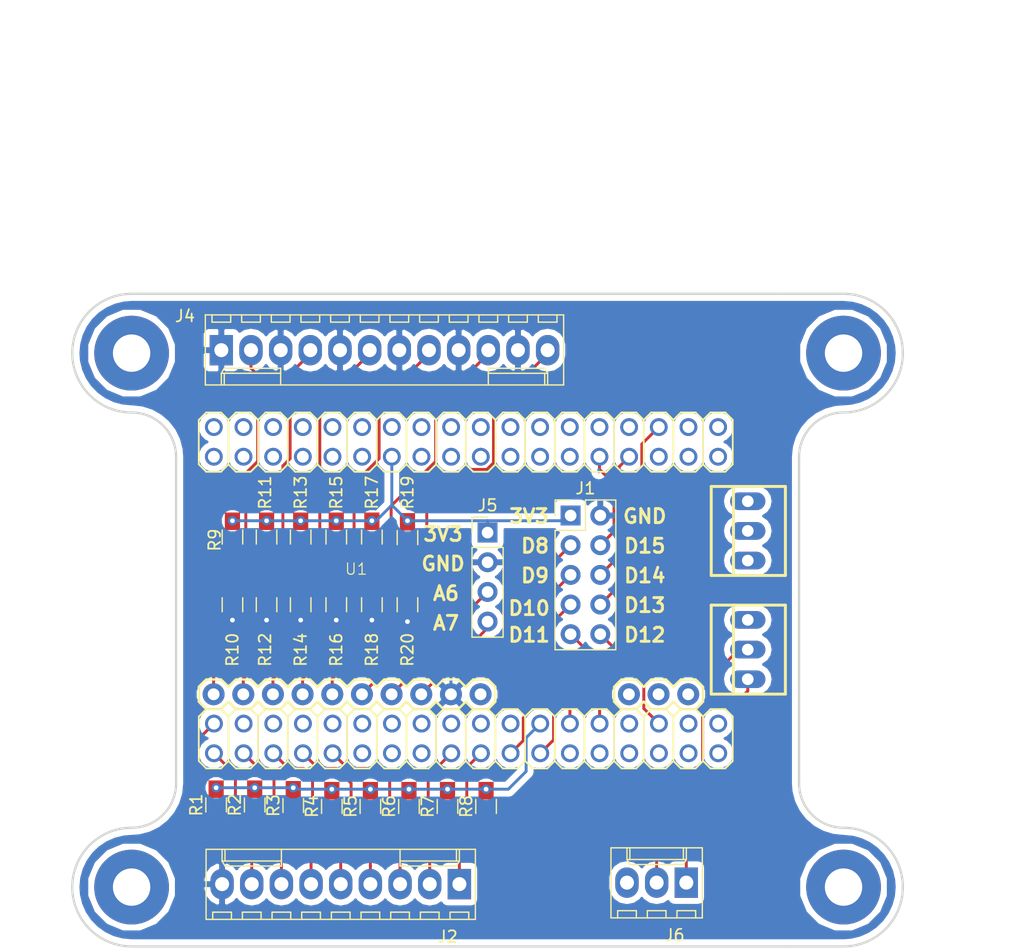
<source format=kicad_pcb>
(kicad_pcb (version 20171130) (host pcbnew "(5.0.0-3-g0214c9d)")
  (layers (0 F.Cu signal) (31 B.Cu signal) (34 B.Paste user) (35 F.Paste user) (36 B.SilkS user) (37 F.SilkS user) (38 B.Mask user) (39 F.Mask user) (44 Edge.Cuts user))
  (net 0 "")
  (net 1 +3V3)
  (net 2 /D15)
  (net 3 /D14)
  (net 4 /D13)
  (net 5 /D12)
  (net 6 /D11)
  (net 7 /D10)
  (net 8 /D9)
  (net 9 /D8)
  (net 10 /Button7)
  (net 11 /Button6)
  (net 12 /Button5)
  (net 13 /Button4)
  (net 14 /Button3)
  (net 15 /Button2)
  (net 16 /Button1)
  (net 17 /Button0)
  (net 18 "Net-(J3-Pad3)")
  (net 19 "Net-(J3-Pad2)")
  (net 20 "Net-(J3-Pad1)")
  (net 21 /Piezo5_B)
  (net 22 GNDA)
  (net 23 /Piezo4_B)
  (net 24 /Piezo3_B)
  (net 25 /Piezo2_B)
  (net 26 /Piezo1_B)
  (net 27 /Piezo0_B)
  (net 28 "Net-(U1-PadAudio_GND)")
  (net 29 /A7)
  (net 30 /A6)
  (net 31 "Net-(J6-Pad2)")
  (net 32 "Net-(J6-Pad1)")
  (module Mounting_Holes:MountingHole_3.2mm_M3_Pad (layer F.Cu) (at 106.68 91.44)
    (fp_text reference REF** hide)
    (fp_text value MountingHole_3.2mm_M3_Pad)
    (pad 1 thru_hole circle (at 0 0) (size 6.4 6.4) (drill 3.2) (layers *.Cu *.Mask))
  )
  (module Mounting_Holes:MountingHole_3.2mm_M3_Pad (layer F.Cu) (at 167.64 91.44)
    (fp_text reference REF** hide)
    (fp_text value MountingHole_3.2mm_M3_Pad)
    (pad 1 thru_hole circle (at 0 0) (size 6.4 6.4) (drill 3.2) (layers *.Cu *.Mask))
  )
  (module Mounting_Holes:MountingHole_3.2mm_M3_Pad (layer F.Cu) (at 167.64 137.16)
    (fp_text reference REF** hide)
    (fp_text value MountingHole_3.2mm_M3_Pad)
    (pad 1 thru_hole circle (at 0 0) (size 6.4 6.4) (drill 3.2) (layers *.Cu *.Mask))
  )
  (module Mounting_Holes:MountingHole_3.2mm_M3_Pad (layer F.Cu) (at 106.68 137.16)
    (fp_text reference REF** hide)
    (fp_text value MountingHole_3.2mm_M3_Pad)
    (pad 1 thru_hole circle (at 0 0) (size 6.4 6.4) (drill 3.2) (layers *.Cu *.Mask))
  )
  (module Connectors_Molex:Molex_KK-6410-09_09x2.54mm_Straight (layer F.Cu) (at 134.747 136.906 180)
    (fp_text reference J2 (at 1 -4.5 180) (layer F.SilkS))
    (fp_text value Conn_01x09_Female)
    (pad 9 thru_hole oval (at 20.32 0 180) (size 2 2.6) (drill 1.2) (layers *.Cu *.Mask) (net 22 GNDA))
    (pad 8 thru_hole oval (at 17.78 0 180) (size 2 2.6) (drill 1.2) (layers *.Cu *.Mask) (net 17 /Button0))
    (pad 7 thru_hole oval (at 15.24 0 180) (size 2 2.6) (drill 1.2) (layers *.Cu *.Mask) (net 16 /Button1))
    (pad 6 thru_hole oval (at 12.7 0 180) (size 2 2.6) (drill 1.2) (layers *.Cu *.Mask) (net 15 /Button2))
    (pad 5 thru_hole oval (at 10.16 0 180) (size 2 2.6) (drill 1.2) (layers *.Cu *.Mask) (net 14 /Button3))
    (pad 4 thru_hole oval (at 7.62 0 180) (size 2 2.6) (drill 1.2) (layers *.Cu *.Mask) (net 13 /Button4))
    (pad 3 thru_hole oval (at 5.08 0 180) (size 2 2.6) (drill 1.2) (layers *.Cu *.Mask) (net 12 /Button5))
    (pad 2 thru_hole oval (at 2.54 0 180) (size 2 2.6) (drill 1.2) (layers *.Cu *.Mask) (net 11 /Button6))
    (pad 1 thru_hole rect (at 0 0 180) (size 2 2.6) (drill 1.2) (layers *.Cu *.Mask) (net 10 /Button7))
  )
  (module Connectors_Molex:Molex_KK-6410-12_12x2.54mm_Straight (layer F.Cu) (at 114.3635 91.186)
    (fp_text reference J4 (at -3.1115 -2.921) (layer F.SilkS))
    (fp_text value Conn_01x12_Female)
    (pad 12 thru_hole oval (at 27.94 0) (size 2 2.6) (drill 1.2) (layers *.Cu *.Mask) (net 21 /Piezo5_B))
    (pad 11 thru_hole oval (at 25.4 0) (size 2 2.6) (drill 1.2) (layers *.Cu *.Mask) (net 22 GNDA))
    (pad 10 thru_hole oval (at 22.86 0) (size 2 2.6) (drill 1.2) (layers *.Cu *.Mask) (net 23 /Piezo4_B))
    (pad 9 thru_hole oval (at 20.32 0) (size 2 2.6) (drill 1.2) (layers *.Cu *.Mask) (net 22 GNDA))
    (pad 8 thru_hole oval (at 17.78 0) (size 2 2.6) (drill 1.2) (layers *.Cu *.Mask) (net 24 /Piezo3_B))
    (pad 7 thru_hole oval (at 15.24 0) (size 2 2.6) (drill 1.2) (layers *.Cu *.Mask) (net 22 GNDA))
    (pad 6 thru_hole oval (at 12.7 0) (size 2 2.6) (drill 1.2) (layers *.Cu *.Mask) (net 25 /Piezo2_B))
    (pad 5 thru_hole oval (at 10.16 0) (size 2 2.6) (drill 1.2) (layers *.Cu *.Mask) (net 22 GNDA))
    (pad 4 thru_hole oval (at 7.62 0) (size 2 2.6) (drill 1.2) (layers *.Cu *.Mask) (net 26 /Piezo1_B))
    (pad 3 thru_hole oval (at 5.08 0) (size 2 2.6) (drill 1.2) (layers *.Cu *.Mask) (net 22 GNDA))
    (pad 2 thru_hole oval (at 2.54 0) (size 2 2.6) (drill 1.2) (layers *.Cu *.Mask) (net 27 /Piezo0_B))
    (pad 1 thru_hole rect (at 0 0) (size 2 2.6) (drill 1.2) (layers *.Cu *.Mask) (net 22 GNDA))
  )
  (module Resistors_SMD:R_0805_HandSoldering (layer F.Cu) (at 113.919 130.128 90)
    (fp_text reference R1 (at 0 -1.7 90) (layer F.SilkS))
    (fp_text value R)
    (pad 2 smd rect (at 1.35 0 90) (size 1.5 1.3) (layers F.Cu F.Paste F.Mask) (net 1 +3V3))
    (pad 1 smd rect (at -1.35 0 90) (size 1.5 1.3) (layers F.Cu F.Paste F.Mask) (net 17 /Button0))
  )
  (module Resistors_SMD:R_0805_HandSoldering (layer F.Cu) (at 117.221 130.128 90)
    (fp_text reference R2 (at 0 -1.7 90) (layer F.SilkS))
    (fp_text value R)
    (pad 1 smd rect (at -1.35 0 90) (size 1.5 1.3) (layers F.Cu F.Paste F.Mask) (net 16 /Button1))
    (pad 2 smd rect (at 1.35 0 90) (size 1.5 1.3) (layers F.Cu F.Paste F.Mask) (net 1 +3V3))
  )
  (module Resistors_SMD:R_0805_HandSoldering (layer F.Cu) (at 120.523 130.175 90)
    (fp_text reference R3 (at 0 -1.7 90) (layer F.SilkS))
    (fp_text value R)
    (pad 2 smd rect (at 1.35 0 90) (size 1.5 1.3) (layers F.Cu F.Paste F.Mask) (net 1 +3V3))
    (pad 1 smd rect (at -1.35 0 90) (size 1.5 1.3) (layers F.Cu F.Paste F.Mask) (net 15 /Button2))
  )
  (module Resistors_SMD:R_0805_HandSoldering (layer F.Cu) (at 123.825 130.255 90)
    (fp_text reference R4 (at 0 -1.7 90) (layer F.SilkS))
    (fp_text value R)
    (pad 1 smd rect (at -1.35 0 90) (size 1.5 1.3) (layers F.Cu F.Paste F.Mask) (net 14 /Button3))
    (pad 2 smd rect (at 1.35 0 90) (size 1.5 1.3) (layers F.Cu F.Paste F.Mask) (net 1 +3V3))
  )
  (module Resistors_SMD:R_0805_HandSoldering (layer F.Cu) (at 127.127 130.255 90)
    (fp_text reference R5 (at 0 -1.7 90) (layer F.SilkS))
    (fp_text value R)
    (pad 2 smd rect (at 1.35 0 90) (size 1.5 1.3) (layers F.Cu F.Paste F.Mask) (net 1 +3V3))
    (pad 1 smd rect (at -1.35 0 90) (size 1.5 1.3) (layers F.Cu F.Paste F.Mask) (net 13 /Button4))
  )
  (module Resistors_SMD:R_0805_HandSoldering (layer F.Cu) (at 130.429 130.255 90)
    (fp_text reference R6 (at 0 -1.7 90) (layer F.SilkS))
    (fp_text value R)
    (pad 1 smd rect (at -1.35 0 90) (size 1.5 1.3) (layers F.Cu F.Paste F.Mask) (net 12 /Button5))
    (pad 2 smd rect (at 1.35 0 90) (size 1.5 1.3) (layers F.Cu F.Paste F.Mask) (net 1 +3V3))
  )
  (module Resistors_SMD:R_0805_HandSoldering (layer F.Cu) (at 133.731 130.255 90)
    (fp_text reference R7 (at 0 -1.7 90) (layer F.SilkS))
    (fp_text value R)
    (pad 2 smd rect (at 1.35 0 90) (size 1.5 1.3) (layers F.Cu F.Paste F.Mask) (net 1 +3V3))
    (pad 1 smd rect (at -1.35 0 90) (size 1.5 1.3) (layers F.Cu F.Paste F.Mask) (net 11 /Button6))
  )
  (module Resistors_SMD:R_0805_HandSoldering (layer F.Cu) (at 137.033 130.255 90)
    (fp_text reference R8 (at 0 -1.7 90) (layer F.SilkS))
    (fp_text value R)
    (pad 1 smd rect (at -1.35 0 90) (size 1.5 1.3) (layers F.Cu F.Paste F.Mask) (net 10 /Button7))
    (pad 2 smd rect (at 1.35 0 90) (size 1.5 1.3) (layers F.Cu F.Paste F.Mask) (net 1 +3V3))
  )
  (module Resistors_SMD:R_0805_HandSoldering (layer F.Cu) (at 115.316 107.188 90)
    (fp_text reference R9 (at -0.254 -1.524 90) (layer F.SilkS))
    (fp_text value R)
    (pad 1 smd rect (at -1.35 0 90) (size 1.5 1.3) (layers F.Cu F.Paste F.Mask) (net 27 /Piezo0_B))
    (pad 2 smd rect (at 1.35 0 90) (size 1.5 1.3) (layers F.Cu F.Paste F.Mask) (net 1 +3V3))
  )
  (module Resistors_SMD:R_0805_HandSoldering (layer F.Cu) (at 115.316 112.983 270)
    (fp_text reference R10 (at 3.857 0 270) (layer F.SilkS))
    (fp_text value R)
    (pad 1 smd rect (at -1.35 0 270) (size 1.5 1.3) (layers F.Cu F.Paste F.Mask) (net 27 /Piezo0_B))
    (pad 2 smd rect (at 1.35 0 270) (size 1.5 1.3) (layers F.Cu F.Paste F.Mask) (net 22 GNDA))
  )
  (module Resistors_SMD:R_0805_HandSoldering (layer F.Cu) (at 118.237 107.188 90)
    (fp_text reference R11 (at 3.81 -0.127 90) (layer F.SilkS))
    (fp_text value R)
    (pad 2 smd rect (at 1.35 0 90) (size 1.5 1.3) (layers F.Cu F.Paste F.Mask) (net 1 +3V3))
    (pad 1 smd rect (at -1.35 0 90) (size 1.5 1.3) (layers F.Cu F.Paste F.Mask) (net 26 /Piezo1_B))
  )
  (module Resistors_SMD:R_0805_HandSoldering (layer F.Cu) (at 118.237 112.983 270)
    (fp_text reference R12 (at 3.857 0.127 270) (layer F.SilkS))
    (fp_text value R)
    (pad 1 smd rect (at -1.35 0 270) (size 1.5 1.3) (layers F.Cu F.Paste F.Mask) (net 26 /Piezo1_B))
    (pad 2 smd rect (at 1.35 0 270) (size 1.5 1.3) (layers F.Cu F.Paste F.Mask) (net 22 GNDA))
  )
  (module Resistors_SMD:R_0805_HandSoldering (layer F.Cu) (at 121.158 107.188 90)
    (fp_text reference R13 (at 3.81 0 90) (layer F.SilkS))
    (fp_text value R)
    (pad 1 smd rect (at -1.35 0 90) (size 1.5 1.3) (layers F.Cu F.Paste F.Mask) (net 25 /Piezo2_B))
    (pad 2 smd rect (at 1.35 0 90) (size 1.5 1.3) (layers F.Cu F.Paste F.Mask) (net 1 +3V3))
  )
  (module Resistors_SMD:R_0805_HandSoldering (layer F.Cu) (at 121.158 112.983 270)
    (fp_text reference R14 (at 3.857 0 270) (layer F.SilkS))
    (fp_text value R)
    (pad 2 smd rect (at 1.35 0 270) (size 1.5 1.3) (layers F.Cu F.Paste F.Mask) (net 22 GNDA))
    (pad 1 smd rect (at -1.35 0 270) (size 1.5 1.3) (layers F.Cu F.Paste F.Mask) (net 25 /Piezo2_B))
  )
  (module Resistors_SMD:R_0805_HandSoldering (layer F.Cu) (at 124.206 107.188 90)
    (fp_text reference R15 (at 3.81 0 90) (layer F.SilkS))
    (fp_text value R)
    (pad 2 smd rect (at 1.35 0 90) (size 1.5 1.3) (layers F.Cu F.Paste F.Mask) (net 1 +3V3))
    (pad 1 smd rect (at -1.35 0 90) (size 1.5 1.3) (layers F.Cu F.Paste F.Mask) (net 24 /Piezo3_B))
  )
  (module Resistors_SMD:R_0805_HandSoldering (layer F.Cu) (at 124.206 112.983 270)
    (fp_text reference R16 (at 3.857 0 270) (layer F.SilkS))
    (fp_text value R)
    (pad 1 smd rect (at -1.35 0 270) (size 1.5 1.3) (layers F.Cu F.Paste F.Mask) (net 24 /Piezo3_B))
    (pad 2 smd rect (at 1.35 0 270) (size 1.5 1.3) (layers F.Cu F.Paste F.Mask) (net 22 GNDA))
  )
  (module Resistors_SMD:R_0805_HandSoldering (layer F.Cu) (at 127.254 107.188 90)
    (fp_text reference R17 (at 3.81 0 90) (layer F.SilkS))
    (fp_text value R)
    (pad 1 smd rect (at -1.35 0 90) (size 1.5 1.3) (layers F.Cu F.Paste F.Mask) (net 23 /Piezo4_B))
    (pad 2 smd rect (at 1.35 0 90) (size 1.5 1.3) (layers F.Cu F.Paste F.Mask) (net 1 +3V3))
  )
  (module Resistors_SMD:R_0805_HandSoldering (layer F.Cu) (at 127.254 112.983 270)
    (fp_text reference R18 (at 3.857 0 270) (layer F.SilkS))
    (fp_text value R)
    (pad 2 smd rect (at 1.35 0 270) (size 1.5 1.3) (layers F.Cu F.Paste F.Mask) (net 22 GNDA))
    (pad 1 smd rect (at -1.35 0 270) (size 1.5 1.3) (layers F.Cu F.Paste F.Mask) (net 23 /Piezo4_B))
  )
  (module Resistors_SMD:R_0805_HandSoldering (layer F.Cu) (at 130.302 107.235 90)
    (fp_text reference R19 (at 3.857 0 90) (layer F.SilkS))
    (fp_text value R)
    (pad 2 smd rect (at 1.35 0 90) (size 1.5 1.3) (layers F.Cu F.Paste F.Mask) (net 1 +3V3))
    (pad 1 smd rect (at -1.35 0 90) (size 1.5 1.3) (layers F.Cu F.Paste F.Mask) (net 21 /Piezo5_B))
  )
  (module Resistors_SMD:R_0805_HandSoldering (layer F.Cu) (at 130.302 112.983 270)
    (fp_text reference R20 (at 3.857 0 90) (layer F.SilkS))
    (fp_text value R)
    (pad 1 smd rect (at -1.35 0 270) (size 1.5 1.3) (layers F.Cu F.Paste F.Mask) (net 21 /Piezo5_B))
    (pad 2 smd rect (at 1.35 0 270) (size 1.5 1.3) (layers F.Cu F.Paste F.Mask) (net 22 GNDA))
  )
  (module BelaMini:BelaMini_headers_reverse (layer F.Cu) (at 135.293101 111.76)
    (fp_text reference U1 (at -10.414 -1.27 180) (layer F.SilkS) (effects (font (size 0.9652 0.9652) (thickness 0.09652)) (justify left bottom)))
    (fp_text value BelaMini_headers)
    (pad Audio_GND thru_hole oval (at 24.147923 2.522076 180) (size 3.016 1.508) (drill 1) (layers *.Cu *.Mask) (net 28 "Net-(U1-PadAudio_GND)"))
    (pad Audio_Out_L thru_hole oval (at 24.147923 5.062076 180) (size 3.016 1.508) (drill 1) (layers *.Cu *.Mask) (net 31 "Net-(J6-Pad2)"))
    (pad Audio_Out_R thru_hole oval (at 24.147923 7.602076 180) (size 3.016 1.508) (drill 1) (layers *.Cu *.Mask) (net 32 "Net-(J6-Pad1)"))
    (pad Audio_GND thru_hole oval (at 24.147923 -7.637924 180) (size 3.016 1.508) (drill 1) (layers *.Cu *.Mask) (net 28 "Net-(U1-PadAudio_GND)"))
    (pad Audio_In_L thru_hole oval (at 24.147923 -5.097924 180) (size 3.016 1.508) (drill 1) (layers *.Cu *.Mask))
    (pad Audio_In_R thru_hole oval (at 24.147923 -2.557924 180) (size 3.016 1.508) (drill 1) (layers *.Cu *.Mask))
    (pad Line_GND thru_hole circle (at 19.05 8.89 90) (size 1.8796 1.8796) (drill 1.016) (layers *.Cu *.Mask) (net 20 "Net-(J3-Pad1)"))
    (pad Line_L thru_hole circle (at 16.51 8.89 90) (size 1.8796 1.8796) (drill 1.016) (layers *.Cu *.Mask) (net 19 "Net-(J3-Pad2)"))
    (pad Line_R thru_hole circle (at 13.97 8.89 90) (size 1.8796 1.8796) (drill 1.016) (layers *.Cu *.Mask) (net 18 "Net-(J3-Pad3)"))
    (pad P1_16 thru_hole circle (at -3.791403 -11.448597) (size 1.524 1.524) (drill 1.016) (layers *.Cu *.Mask))
    (pad P1_15 thru_hole circle (at -3.791403 -13.988597) (size 1.524 1.524) (drill 1.016) (layers *.Cu *.Mask))
    (pad P1_10 thru_hole circle (at -11.411403 -11.448597) (size 1.524 1.524) (drill 1.016) (layers *.Cu *.Mask))
    (pad P1_09 thru_hole circle (at -11.411403 -13.988597) (size 1.524 1.524) (drill 1.016) (layers *.Cu *.Mask))
    (pad P1_05 thru_hole circle (at -16.491403 -13.988597) (size 1.524 1.524) (drill 1.016) (layers *.Cu *.Mask))
    (pad P1_04 thru_hole circle (at -19.031403 -11.448597) (size 1.524 1.524) (drill 1.016) (layers *.Cu *.Mask))
    (pad P1_08 thru_hole circle (at -13.951403 -11.448597) (size 1.524 1.524) (drill 1.016) (layers *.Cu *.Mask))
    (pad P1_07 thru_hole circle (at -13.951403 -13.988597) (size 1.524 1.524) (drill 1.016) (layers *.Cu *.Mask))
    (pad P1_06 thru_hole circle (at -16.491403 -11.448597) (size 1.524 1.524) (drill 1.016) (layers *.Cu *.Mask))
    (pad P1_03 thru_hole circle (at -19.031403 -13.988597) (size 1.524 1.524) (drill 1.016) (layers *.Cu *.Mask))
    (pad P1_02 thru_hole circle (at -21.571403 -11.448597) (size 1.524 1.524) (drill 1.016) (layers *.Cu *.Mask))
    (pad P1_01 thru_hole circle (at -21.571403 -13.988597) (size 1.524 1.524) (drill 1.016) (layers *.Cu *.Mask))
    (pad P1_19 thru_hole circle (at 1.288597 -13.988597) (size 1.524 1.524) (drill 1.016) (layers *.Cu *.Mask))
    (pad P1_18 thru_hole circle (at -1.251403 -11.448597) (size 1.524 1.524) (drill 1.016) (layers *.Cu *.Mask))
    (pad P1_17 thru_hole circle (at -1.251403 -13.988597) (size 1.524 1.524) (drill 1.016) (layers *.Cu *.Mask))
    (pad P1_22 thru_hole circle (at 3.828597 -11.448597) (size 1.524 1.524) (drill 1.016) (layers *.Cu *.Mask))
    (pad P1_21 thru_hole circle (at 3.828597 -13.988597) (size 1.524 1.524) (drill 1.016) (layers *.Cu *.Mask))
    (pad P1_20 thru_hole circle (at 1.288597 -11.448597) (size 1.524 1.524) (drill 1.016) (layers *.Cu *.Mask))
    (pad P1_36 thru_hole circle (at 21.608597 -11.448597) (size 1.524 1.524) (drill 1.016) (layers *.Cu *.Mask))
    (pad P1_35 thru_hole circle (at 21.608597 -13.988597) (size 1.524 1.524) (drill 1.016) (layers *.Cu *.Mask))
    (pad P1_34 thru_hole circle (at 19.068597 -11.448597) (size 1.524 1.524) (drill 1.016) (layers *.Cu *.Mask))
    (pad P1_26 thru_hole circle (at 8.908597 -11.448597) (size 1.524 1.524) (drill 1.016) (layers *.Cu *.Mask))
    (pad P1_25 thru_hole circle (at 8.908597 -13.988597) (size 1.524 1.524) (drill 1.016) (layers *.Cu *.Mask))
    (pad P1_24 thru_hole circle (at 6.368597 -11.448597) (size 1.524 1.524) (drill 1.016) (layers *.Cu *.Mask))
    (pad P1_23 thru_hole circle (at 6.368597 -13.988597) (size 1.524 1.524) (drill 1.016) (layers *.Cu *.Mask))
    (pad P1_29 thru_hole circle (at 13.988597 -13.988597) (size 1.524 1.524) (drill 1.016) (layers *.Cu *.Mask))
    (pad P1_28 thru_hole circle (at 11.448597 -11.448597) (size 1.524 1.524) (drill 1.016) (layers *.Cu *.Mask) (net 2 /D15))
    (pad P1_27 thru_hole circle (at 11.448597 -13.988597) (size 1.524 1.524) (drill 1.016) (layers *.Cu *.Mask))
    (pad P1_14 thru_hole circle (at -6.331403 -11.448597) (size 1.524 1.524) (drill 1.016) (layers *.Cu *.Mask) (net 1 +3V3))
    (pad P1_13 thru_hole circle (at -6.331403 -13.988597) (size 1.524 1.524) (drill 1.016) (layers *.Cu *.Mask))
    (pad P1_12 thru_hole circle (at -8.871403 -11.448597) (size 1.524 1.524) (drill 1.016) (layers *.Cu *.Mask))
    (pad P1_11 thru_hole circle (at -8.871403 -13.988597) (size 1.524 1.524) (drill 1.016) (layers *.Cu *.Mask))
    (pad P1_33 thru_hole circle (at 19.068597 -13.988597) (size 1.524 1.524) (drill 1.016) (layers *.Cu *.Mask))
    (pad P1_32 thru_hole circle (at 16.528597 -11.448597) (size 1.524 1.524) (drill 1.016) (layers *.Cu *.Mask))
    (pad P1_31 thru_hole circle (at 16.528597 -13.988597) (size 1.524 1.524) (drill 1.016) (layers *.Cu *.Mask) (net 4 /D13))
    (pad P1_30 thru_hole circle (at 13.988597 -11.448597) (size 1.524 1.524) (drill 1.016) (layers *.Cu *.Mask) (net 3 /D14))
    (pad A_REF thru_hole circle (at 1.27 8.89 90) (size 1.8796 1.8796) (drill 1.016) (layers *.Cu *.Mask))
    (pad A_GND thru_hole circle (at -1.27 8.89 90) (size 1.8796 1.8796) (drill 1.016) (layers *.Cu *.Mask) (net 22 GNDA))
    (pad A7 thru_hole circle (at -3.81 8.89 90) (size 1.8796 1.8796) (drill 1.016) (layers *.Cu *.Mask) (net 29 /A7))
    (pad A6 thru_hole circle (at -6.35 8.89 90) (size 1.8796 1.8796) (drill 1.016) (layers *.Cu *.Mask) (net 30 /A6))
    (pad A5 thru_hole circle (at -8.89 8.89 90) (size 1.8796 1.8796) (drill 1.016) (layers *.Cu *.Mask) (net 21 /Piezo5_B))
    (pad A4 thru_hole circle (at -11.43 8.89 90) (size 1.8796 1.8796) (drill 1.016) (layers *.Cu *.Mask) (net 23 /Piezo4_B))
    (pad A3 thru_hole circle (at -13.97 8.89 90) (size 1.8796 1.8796) (drill 1.016) (layers *.Cu *.Mask) (net 24 /Piezo3_B))
    (pad A2 thru_hole circle (at -16.51 8.89 90) (size 1.8796 1.8796) (drill 1.016) (layers *.Cu *.Mask) (net 25 /Piezo2_B))
    (pad A1 thru_hole circle (at -19.05 8.89 90) (size 1.8796 1.8796) (drill 1.016) (layers *.Cu *.Mask) (net 26 /Piezo1_B))
    (pad A0 thru_hole circle (at -21.59 8.89 90) (size 1.8796 1.8796) (drill 1.016) (layers *.Cu *.Mask) (net 27 /Piezo0_B))
    (pad P2_36 thru_hole circle (at 21.619178 13.940823) (size 1.524 1.524) (drill 1.016) (layers *.Cu *.Mask))
    (pad P2_35 thru_hole circle (at 21.619178 11.400823) (size 1.524 1.524) (drill 1.016) (layers *.Cu *.Mask))
    (pad P2_34 thru_hole circle (at 19.079178 13.940823) (size 1.524 1.524) (drill 1.016) (layers *.Cu *.Mask))
    (pad P2_33 thru_hole circle (at 19.079178 11.400823) (size 1.524 1.524) (drill 1.016) (layers *.Cu *.Mask))
    (pad P2_32 thru_hole circle (at 16.539178 13.940823) (size 1.524 1.524) (drill 1.016) (layers *.Cu *.Mask))
    (pad P2_31 thru_hole circle (at 16.539178 11.400823) (size 1.524 1.524) (drill 1.016) (layers *.Cu *.Mask) (net 5 /D12))
    (pad P2_30 thru_hole circle (at 13.999178 13.940823) (size 1.524 1.524) (drill 1.016) (layers *.Cu *.Mask))
    (pad P2_29 thru_hole circle (at 13.999178 11.400823) (size 1.524 1.524) (drill 1.016) (layers *.Cu *.Mask))
    (pad P2_28 thru_hole circle (at 11.459178 13.940823) (size 1.524 1.524) (drill 1.016) (layers *.Cu *.Mask))
    (pad P2_27 thru_hole circle (at 11.459178 11.400823) (size 1.524 1.524) (drill 1.016) (layers *.Cu *.Mask) (net 6 /D11))
    (pad P2_26 thru_hole circle (at 8.919178 13.940823) (size 1.524 1.524) (drill 1.016) (layers *.Cu *.Mask))
    (pad P2_25 thru_hole circle (at 8.919178 11.400823) (size 1.524 1.524) (drill 1.016) (layers *.Cu *.Mask) (net 7 /D10))
    (pad P2_24 thru_hole circle (at 6.379178 13.940823) (size 1.524 1.524) (drill 1.016) (layers *.Cu *.Mask) (net 8 /D9))
    (pad P2_23 thru_hole circle (at 6.379178 11.400823) (size 1.524 1.524) (drill 1.016) (layers *.Cu *.Mask) (net 1 +3V3))
    (pad P2_22 thru_hole circle (at 3.839178 13.940823) (size 1.524 1.524) (drill 1.016) (layers *.Cu *.Mask) (net 9 /D8))
    (pad P2_21 thru_hole circle (at 3.839178 11.400823) (size 1.524 1.524) (drill 1.016) (layers *.Cu *.Mask))
    (pad P2_20 thru_hole circle (at 1.299178 13.940823) (size 1.524 1.524) (drill 1.016) (layers *.Cu *.Mask) (net 10 /Button7))
    (pad P2_19 thru_hole circle (at 1.299178 11.400823) (size 1.524 1.524) (drill 1.016) (layers *.Cu *.Mask))
    (pad P2_18 thru_hole circle (at -1.240822 13.940823) (size 1.524 1.524) (drill 1.016) (layers *.Cu *.Mask) (net 11 /Button6))
    (pad P2_17 thru_hole circle (at -1.240822 11.400823) (size 1.524 1.524) (drill 1.016) (layers *.Cu *.Mask))
    (pad P2_16 thru_hole circle (at -3.780822 13.940823) (size 1.524 1.524) (drill 1.016) (layers *.Cu *.Mask))
    (pad P2_15 thru_hole circle (at -3.780822 11.400823) (size 1.524 1.524) (drill 1.016) (layers *.Cu *.Mask))
    (pad P2_14 thru_hole circle (at -6.320822 13.940823) (size 1.524 1.524) (drill 1.016) (layers *.Cu *.Mask))
    (pad P2_13 thru_hole circle (at -6.320822 11.400823) (size 1.524 1.524) (drill 1.016) (layers *.Cu *.Mask))
    (pad P2_12 thru_hole circle (at -8.860822 13.940823) (size 1.524 1.524) (drill 1.016) (layers *.Cu *.Mask))
    (pad P2_11 thru_hole circle (at -8.860822 11.400823) (size 1.524 1.524) (drill 1.016) (layers *.Cu *.Mask))
    (pad P2_10 thru_hole circle (at -11.400822 13.940823) (size 1.524 1.524) (drill 1.016) (layers *.Cu *.Mask) (net 12 /Button5))
    (pad P2_09 thru_hole circle (at -11.400822 11.400823) (size 1.524 1.524) (drill 1.016) (layers *.Cu *.Mask))
    (pad P2_08 thru_hole circle (at -13.940822 13.940823) (size 1.524 1.524) (drill 1.016) (layers *.Cu *.Mask) (net 13 /Button4))
    (pad P2_07 thru_hole circle (at -13.940822 11.400823) (size 1.524 1.524) (drill 1.016) (layers *.Cu *.Mask))
    (pad P2_06 thru_hole circle (at -16.480822 13.940823) (size 1.524 1.524) (drill 1.016) (layers *.Cu *.Mask) (net 14 /Button3))
    (pad P2_05 thru_hole circle (at -16.480822 11.400823) (size 1.524 1.524) (drill 1.016) (layers *.Cu *.Mask))
    (pad P2_04 thru_hole circle (at -19.020822 13.940823) (size 1.524 1.524) (drill 1.016) (layers *.Cu *.Mask) (net 15 /Button2))
    (pad P2_03 thru_hole circle (at -19.020822 11.400823) (size 1.524 1.524) (drill 1.016) (layers *.Cu *.Mask))
    (pad P2_02 thru_hole circle (at -21.560822 13.940823) (size 1.524 1.524) (drill 1.016) (layers *.Cu *.Mask) (net 16 /Button1))
    (pad P2_01 thru_hole circle (at -21.560822 11.400823) (size 1.524 1.524) (drill 1.016) (layers *.Cu *.Mask) (net 17 /Button0))
  )
  (module Pin_Headers:Pin_Header_Straight_2x05_Pitch2.54mm (layer F.Cu) (at 144.272 105.3465)
    (fp_text reference J1 (at 1.27 -2.33) (layer F.SilkS))
    (fp_text value Conn_01x10_Female)
    (pad 10 thru_hole oval (at 2.54 10.16) (size 1.7 1.7) (drill 1) (layers *.Cu *.Mask) (net 5 /D12))
    (pad 9 thru_hole oval (at 0 10.16) (size 1.7 1.7) (drill 1) (layers *.Cu *.Mask) (net 6 /D11))
    (pad 8 thru_hole oval (at 2.54 7.62) (size 1.7 1.7) (drill 1) (layers *.Cu *.Mask) (net 4 /D13))
    (pad 7 thru_hole oval (at 0 7.62) (size 1.7 1.7) (drill 1) (layers *.Cu *.Mask) (net 7 /D10))
    (pad 6 thru_hole oval (at 2.54 5.08) (size 1.7 1.7) (drill 1) (layers *.Cu *.Mask) (net 3 /D14))
    (pad 5 thru_hole oval (at 0 5.08) (size 1.7 1.7) (drill 1) (layers *.Cu *.Mask) (net 8 /D9))
    (pad 4 thru_hole oval (at 2.54 2.54) (size 1.7 1.7) (drill 1) (layers *.Cu *.Mask) (net 2 /D15))
    (pad 3 thru_hole oval (at 0 2.54) (size 1.7 1.7) (drill 1) (layers *.Cu *.Mask) (net 9 /D8))
    (pad 2 thru_hole oval (at 2.54 0) (size 1.7 1.7) (drill 1) (layers *.Cu *.Mask) (net 22 GNDA))
    (pad 1 thru_hole rect (at 0 0) (size 1.7 1.7) (drill 1) (layers *.Cu *.Mask) (net 1 +3V3))
  )
  (module Pin_Headers:Pin_Header_Straight_1x04_Pitch2.54mm (layer F.Cu) (at 137.16 106.807)
    (fp_text reference J5 (at 0 -2.33) (layer F.SilkS))
    (fp_text value Conn_01x04_Female)
    (pad 4 thru_hole oval (at 0 7.62) (size 1.7 1.7) (drill 1) (layers *.Cu *.Mask) (net 29 /A7))
    (pad 3 thru_hole oval (at 0 5.08) (size 1.7 1.7) (drill 1) (layers *.Cu *.Mask) (net 30 /A6))
    (pad 2 thru_hole oval (at 0 2.54) (size 1.7 1.7) (drill 1) (layers *.Cu *.Mask) (net 22 GNDA))
    (pad 1 thru_hole rect (at 0 0) (size 1.7 1.7) (drill 1) (layers *.Cu *.Mask) (net 1 +3V3))
  )
  (module Connectors_Molex:Molex_KK-6410-03_03x2.54mm_Straight (layer F.Cu) (at 154.178 136.779 180)
    (fp_text reference J6 (at 1 -4.5 180) (layer F.SilkS))
    (fp_text value Conn_01x03_Female)
    (pad 3 thru_hole oval (at 5.08 0 180) (size 2 2.6) (drill 1.2) (layers *.Cu *.Mask))
    (pad 2 thru_hole oval (at 2.54 0 180) (size 2 2.6) (drill 1.2) (layers *.Cu *.Mask) (net 31 "Net-(J6-Pad2)"))
    (pad 1 thru_hole rect (at 0 0 180) (size 2 2.6) (drill 1.2) (layers *.Cu *.Mask) (net 32 "Net-(J6-Pad1)"))
  )
  (module BelaMini:Strummi_thick2Copper (layer F.Cu) (at 154.051 91.059)
    (fp_text reference G*** hide)
    (fp_text value LOGO hide)
    (fp_poly (pts (xy 8.648867 -1.410861) (xy 8.706289 -1.409727) (xy 8.744581 -1.407136) (xy 8.768287 -1.402512) (xy 8.781955 -1.395284) (xy 8.790127 -1.384875) (xy 8.791222 -1.382889) (xy 8.798607 -1.346805) (xy 8.791222 -1.326445) (xy 8.783504 -1.315478) (xy 8.771015 -1.307782) (xy 8.749208 -1.302783) (xy 8.713539 -1.299906) (xy 8.659463 -1.298579) (xy 8.582435 -1.298227) (xy 8.56777 -1.298222) (xy 8.472554 -1.299262) (xy 8.404106 -1.302451) (xy 8.361047 -1.307893) (xy 8.342489 -1.315156) (xy 8.327327 -1.34287) (xy 8.325555 -1.354667) (xy 8.328464 -1.375348) (xy 8.339714 -1.39034) (xy 8.363096 -1.400527) (xy 8.402399 -1.40679) (xy 8.461412 -1.410012) (xy 8.543924 -1.411078) (xy 8.56777 -1.411111) (xy 8.648867 -1.410861)) (layer F.Cu) (width 0.01))
    (fp_poly (pts (xy -6.873355 -1.410861) (xy -6.815933 -1.409727) (xy -6.777642 -1.407136) (xy -6.753935 -1.402512) (xy -6.740268 -1.395284) (xy -6.732095 -1.384875) (xy -6.731 -1.382889) (xy -6.723616 -1.346805) (xy -6.731 -1.326445) (xy -6.738718 -1.315478) (xy -6.751208 -1.307782) (xy -6.773014 -1.302783) (xy -6.808683 -1.299906) (xy -6.862759 -1.298579) (xy -6.939787 -1.298227) (xy -6.954452 -1.298222) (xy -7.049669 -1.299262) (xy -7.118117 -1.302451) (xy -7.161175 -1.307893) (xy -7.179734 -1.315156) (xy -7.194895 -1.34287) (xy -7.196667 -1.354667) (xy -7.193759 -1.375348) (xy -7.182508 -1.39034) (xy -7.159126 -1.400527) (xy -7.119823 -1.40679) (xy -7.06081 -1.410012) (xy -6.978298 -1.411078) (xy -6.954452 -1.411111) (xy -6.873355 -1.410861)) (layer F.Cu) (width 0.01))
    (fp_poly (pts (xy -8.199627 -1.411036) (xy -8.108121 -1.410666) (xy -8.038475 -1.409784) (xy -7.987509 -1.408174) (xy -7.952041 -1.405617) (xy -7.928892 -1.401899) (xy -7.914879 -1.396801) (xy -7.906823 -1.390107) (xy -7.902222 -1.382889) (xy -7.894838 -1.346805) (xy -7.902222 -1.326445) (xy -7.907697 -1.318201) (xy -7.916385 -1.31174) (xy -7.931468 -1.306845) (xy -7.956127 -1.3033) (xy -7.993542 -1.300887) (xy -8.046894 -1.29939) (xy -8.119364 -1.298591) (xy -8.214133 -1.298275) (xy -8.316174 -1.298222) (xy -8.44394 -1.298595) (xy -8.545524 -1.299768) (xy -8.622956 -1.301823) (xy -8.678267 -1.304844) (xy -8.713487 -1.308913) (xy -8.730648 -1.314114) (xy -8.731956 -1.315156) (xy -8.747117 -1.34287) (xy -8.748889 -1.354667) (xy -8.74758 -1.370571) (xy -8.741703 -1.383176) (xy -8.728328 -1.392863) (xy -8.704528 -1.400015) (xy -8.667376 -1.405014) (xy -8.613942 -1.408241) (xy -8.5413 -1.410078) (xy -8.446521 -1.410907) (xy -8.326677 -1.411111) (xy -8.316174 -1.411111) (xy -8.199627 -1.411036)) (layer F.Cu) (width 0.01))
    (fp_poly (pts (xy -7.830572 -1.222813) (xy -7.801037 -1.202972) (xy -7.790162 -1.184677) (xy -7.770237 -1.146243) (xy -7.743587 -1.092583) (xy -7.712536 -1.028609) (xy -7.679408 -0.959233) (xy -7.646526 -0.889365) (xy -7.616216 -0.823919) (xy -7.590802 -0.767807) (xy -7.572606 -0.725939) (xy -7.563955 -0.703227) (xy -7.563556 -0.701091) (xy -7.572341 -0.686234) (xy -7.58573 -0.671286) (xy -7.618982 -0.65199) (xy -7.652971 -0.652818) (xy -7.67205 -0.66675) (xy -7.683983 -0.687642) (xy -7.704392 -0.728406) (xy -7.731022 -0.784071) (xy -7.761617 -0.849663) (xy -7.793921 -0.920209) (xy -7.825678 -0.990739) (xy -7.854634 -1.056278) (xy -7.878531 -1.111854) (xy -7.895116 -1.152495) (xy -7.902131 -1.173227) (xy -7.902222 -1.174163) (xy -7.891121 -1.206374) (xy -7.864097 -1.223485) (xy -7.830572 -1.222813)) (layer F.Cu) (width 0.01))
    (fp_poly (pts (xy -8.76962 -1.21521) (xy -8.745666 -1.195652) (xy -8.743185 -1.190823) (xy -8.746383 -1.172069) (xy -8.759817 -1.132832) (xy -8.781315 -1.077977) (xy -8.808705 -1.012368) (xy -8.839815 -0.940872) (xy -8.872474 -0.868353) (xy -8.904509 -0.799676) (xy -8.933748 -0.739707) (xy -8.958021 -0.69331) (xy -8.975154 -0.66535) (xy -8.980199 -0.659911) (xy -9.01693 -0.649827) (xy -9.051981 -0.662032) (xy -9.056511 -0.666045) (xy -9.071571 -0.691277) (xy -9.073445 -0.701674) (xy -9.067675 -0.720554) (xy -9.051871 -0.759602) (xy -9.028284 -0.813982) (xy -8.999171 -0.878855) (xy -8.966783 -0.949386) (xy -8.933377 -1.020737) (xy -8.901205 -1.088071) (xy -8.872522 -1.14655) (xy -8.849582 -1.191339) (xy -8.83464 -1.217599) (xy -8.830836 -1.222292) (xy -8.802964 -1.225869) (xy -8.76962 -1.21521)) (layer F.Cu) (width 0.01))
    (fp_poly (pts (xy 8.877687 -1.175812) (xy 8.895909 -1.164858) (xy 8.914416 -1.140087) (xy 8.938233 -1.096165) (xy 8.945268 -1.082241) (xy 8.973133 -1.021084) (xy 8.988031 -0.97063) (xy 8.993285 -0.918538) (xy 8.993481 -0.903111) (xy 8.990201 -0.848554) (xy 8.978145 -0.798864) (xy 8.953992 -0.741697) (xy 8.945268 -0.723981) (xy 8.913327 -0.667137) (xy 8.8851 -0.63445) (xy 8.85667 -0.622908) (xy 8.824118 -0.6295) (xy 8.822972 -0.629974) (xy 8.807794 -0.650552) (xy 8.808552 -0.690096) (xy 8.824933 -0.7445) (xy 8.833245 -0.763987) (xy 8.857107 -0.848086) (xy 8.858798 -0.939702) (xy 8.838349 -1.028926) (xy 8.832397 -1.043787) (xy 8.810757 -1.106057) (xy 8.808336 -1.148518) (xy 8.825302 -1.172184) (xy 8.854722 -1.178278) (xy 8.877687 -1.175812)) (layer F.Cu) (width 0.01))
    (fp_poly (pts (xy 8.288506 -1.173747) (xy 8.294511 -1.1684) (xy 8.308957 -1.143091) (xy 8.307601 -1.107767) (xy 8.289953 -1.056783) (xy 8.283532 -1.042236) (xy 8.262959 -0.975072) (xy 8.25562 -0.903111) (xy 8.263469 -0.828609) (xy 8.283532 -0.763987) (xy 8.306367 -0.701009) (xy 8.308758 -0.656799) (xy 8.290468 -0.630424) (xy 8.251256 -0.620945) (xy 8.24699 -0.620889) (xy 8.2278 -0.631822) (xy 8.202715 -0.659361) (xy 8.192491 -0.673806) (xy 8.169588 -0.717103) (xy 8.146757 -0.773504) (xy 8.133533 -0.814917) (xy 8.120738 -0.865373) (xy 8.11632 -0.902174) (xy 8.120281 -0.938611) (xy 8.13262 -0.987981) (xy 8.133533 -0.991306) (xy 8.160298 -1.070082) (xy 8.191103 -1.129833) (xy 8.224023 -1.168439) (xy 8.257132 -1.183783) (xy 8.288506 -1.173747)) (layer F.Cu) (width 0.01))
    (fp_poly (pts (xy -6.549654 -1.179654) (xy -6.536555 -1.164547) (xy -6.527865 -1.135904) (xy -6.522697 -1.090315) (xy -6.52016 -1.024372) (xy -6.519365 -0.934666) (xy -6.519333 -0.90188) (xy -6.519525 -0.811552) (xy -6.520379 -0.745372) (xy -6.522313 -0.69927) (xy -6.525742 -0.669171) (xy -6.531086 -0.651004) (xy -6.538761 -0.640697) (xy -6.546628 -0.635497) (xy -6.586281 -0.622054) (xy -6.615804 -0.626774) (xy -6.62594 -0.638982) (xy -6.627946 -0.658313) (xy -6.629305 -0.701049) (xy -6.629963 -0.76238) (xy -6.629868 -0.837495) (xy -6.629025 -0.917676) (xy -6.627587 -1.00924) (xy -6.62603 -1.076443) (xy -6.623825 -1.123144) (xy -6.620442 -1.1532) (xy -6.615353 -1.170469) (xy -6.608027 -1.178811) (xy -6.597936 -1.182083) (xy -6.59264 -1.182889) (xy -6.568053 -1.184631) (xy -6.549654 -1.179654)) (layer F.Cu) (width 0.01))
    (fp_poly (pts (xy -7.325766 -1.179654) (xy -7.312666 -1.164547) (xy -7.303977 -1.135904) (xy -7.298808 -1.090315) (xy -7.296271 -1.024372) (xy -7.295476 -0.934666) (xy -7.295445 -0.90188) (xy -7.295637 -0.811552) (xy -7.29649 -0.745372) (xy -7.298424 -0.69927) (xy -7.301853 -0.669171) (xy -7.307197 -0.651004) (xy -7.314872 -0.640697) (xy -7.322739 -0.635497) (xy -7.362392 -0.622054) (xy -7.391915 -0.626774) (xy -7.402051 -0.638982) (xy -7.404057 -0.658313) (xy -7.405416 -0.701049) (xy -7.406075 -0.76238) (xy -7.405979 -0.837495) (xy -7.405136 -0.917676) (xy -7.403698 -1.00924) (xy -7.402141 -1.076443) (xy -7.399936 -1.123144) (xy -7.396553 -1.1532) (xy -7.391464 -1.170469) (xy -7.384138 -1.178811) (xy -7.374047 -1.182083) (xy -7.368751 -1.182889) (xy -7.344164 -1.184631) (xy -7.325766 -1.179654)) (layer F.Cu) (width 0.01))
    (fp_poly (pts (xy 8.648867 -0.63475) (xy 8.706289 -0.633616) (xy 8.744581 -0.631024) (xy 8.768287 -0.626401) (xy 8.781955 -0.619173) (xy 8.790127 -0.608764) (xy 8.791222 -0.606778) (xy 8.798607 -0.570694) (xy 8.791222 -0.550333) (xy 8.783504 -0.539366) (xy 8.771015 -0.53167) (xy 8.749208 -0.526671) (xy 8.713539 -0.523795) (xy 8.659463 -0.522468) (xy 8.582435 -0.522116) (xy 8.56777 -0.522111) (xy 8.472554 -0.523151) (xy 8.404106 -0.52634) (xy 8.361047 -0.531782) (xy 8.342489 -0.539045) (xy 8.327327 -0.566758) (xy 8.325555 -0.578556) (xy 8.328464 -0.599237) (xy 8.339714 -0.614229) (xy 8.363096 -0.624415) (xy 8.402399 -0.630678) (xy 8.461412 -0.633901) (xy 8.543924 -0.634967) (xy 8.56777 -0.635) (xy 8.648867 -0.63475)) (layer F.Cu) (width 0.01))
    (fp_poly (pts (xy 6.772805 -0.634963) (xy 6.892465 -0.634774) (xy 6.989043 -0.634313) (xy 7.065108 -0.633463) (xy 7.123231 -0.632104) (xy 7.16598 -0.630118) (xy 7.195927 -0.627387) (xy 7.21564 -0.623791) (xy 7.227689 -0.619213) (xy 7.234645 -0.613533) (xy 7.239 -0.606778) (xy 7.246384 -0.570694) (xy 7.239 -0.550333) (xy 7.234543 -0.543458) (xy 7.227513 -0.537801) (xy 7.21534 -0.533242) (xy 7.195454 -0.529664) (xy 7.165285 -0.526948) (xy 7.122263 -0.524976) (xy 7.063819 -0.523628) (xy 6.987383 -0.522786) (xy 6.890384 -0.522332) (xy 6.770253 -0.522146) (xy 6.627492 -0.522111) (xy 6.471092 -0.522329) (xy 6.341092 -0.523016) (xy 6.235671 -0.524223) (xy 6.15301 -0.525999) (xy 6.09129 -0.528395) (xy 6.048689 -0.531462) (xy 6.02339 -0.535249) (xy 6.014155 -0.539045) (xy 5.998994 -0.566758) (xy 5.997222 -0.578556) (xy 5.997968 -0.591961) (xy 6.001832 -0.603057) (xy 6.011247 -0.612061) (xy 6.028652 -0.619193) (xy 6.056481 -0.62467) (xy 6.097171 -0.62871) (xy 6.153157 -0.631532) (xy 6.226876 -0.633353) (xy 6.320764 -0.634392) (xy 6.437256 -0.634867) (xy 6.578789 -0.634996) (xy 6.627492 -0.635) (xy 6.772805 -0.634963)) (layer F.Cu) (width 0.01))
    (fp_poly (pts (xy 5.383452 -0.634927) (xy 5.476062 -0.634568) (xy 5.546753 -0.633711) (xy 5.598675 -0.632145) (xy 5.634979 -0.629659) (xy 5.658816 -0.626041) (xy 5.673338 -0.62108) (xy 5.681695 -0.614566) (xy 5.686778 -0.606778) (xy 5.694162 -0.570694) (xy 5.686778 -0.550333) (xy 5.681352 -0.542154) (xy 5.672745 -0.535728) (xy 5.657805 -0.530845) (xy 5.63338 -0.527293) (xy 5.59632 -0.524861) (xy 5.543474 -0.523339) (xy 5.47169 -0.522514) (xy 5.377818 -0.522175) (xy 5.26577 -0.522111) (xy 5.136894 -0.522475) (xy 5.034207 -0.523619) (xy 4.955684 -0.525626) (xy 4.899301 -0.528576) (xy 4.863032 -0.532549) (xy 4.844853 -0.537629) (xy 4.842933 -0.539045) (xy 4.827772 -0.566758) (xy 4.826 -0.578556) (xy 4.827279 -0.594344) (xy 4.833053 -0.606883) (xy 4.846227 -0.616546) (xy 4.869706 -0.623705) (xy 4.906396 -0.628733) (xy 4.959201 -0.632003) (xy 5.031028 -0.633889) (xy 5.124781 -0.634763) (xy 5.243366 -0.634997) (xy 5.26577 -0.635) (xy 5.383452 -0.634927)) (layer F.Cu) (width 0.01))
    (fp_poly (pts (xy 4.3732 -0.63475) (xy 4.430622 -0.633616) (xy 4.468914 -0.631024) (xy 4.492621 -0.626401) (xy 4.506288 -0.619173) (xy 4.514461 -0.608764) (xy 4.515555 -0.606778) (xy 4.52294 -0.570694) (xy 4.515555 -0.550333) (xy 4.507838 -0.539366) (xy 4.495348 -0.53167) (xy 4.473541 -0.526671) (xy 4.437873 -0.523795) (xy 4.383797 -0.522468) (xy 4.306768 -0.522116) (xy 4.292103 -0.522111) (xy 4.196887 -0.523151) (xy 4.128439 -0.52634) (xy 4.08538 -0.531782) (xy 4.066822 -0.539045) (xy 4.051661 -0.566758) (xy 4.049889 -0.578556) (xy 4.052797 -0.599237) (xy 4.064048 -0.614229) (xy 4.08743 -0.624415) (xy 4.126733 -0.630678) (xy 4.185746 -0.633901) (xy 4.268258 -0.634967) (xy 4.292103 -0.635) (xy 4.3732 -0.63475)) (layer F.Cu) (width 0.01))
    (fp_poly (pts (xy 2.497138 -0.634963) (xy 2.616799 -0.634774) (xy 2.713377 -0.634313) (xy 2.789442 -0.633463) (xy 2.847564 -0.632104) (xy 2.890314 -0.630118) (xy 2.92026 -0.627387) (xy 2.939973 -0.623791) (xy 2.952023 -0.619213) (xy 2.958979 -0.613533) (xy 2.963333 -0.606778) (xy 2.970718 -0.570694) (xy 2.963333 -0.550333) (xy 2.958877 -0.543458) (xy 2.951847 -0.537801) (xy 2.939673 -0.533242) (xy 2.919787 -0.529664) (xy 2.889618 -0.526948) (xy 2.846597 -0.524976) (xy 2.788153 -0.523628) (xy 2.711716 -0.522786) (xy 2.614717 -0.522332) (xy 2.494586 -0.522146) (xy 2.351826 -0.522111) (xy 2.195426 -0.522329) (xy 2.065425 -0.523016) (xy 1.960005 -0.524223) (xy 1.877344 -0.525999) (xy 1.815623 -0.528395) (xy 1.773023 -0.531462) (xy 1.747723 -0.535249) (xy 1.738489 -0.539045) (xy 1.723327 -0.566758) (xy 1.721555 -0.578556) (xy 1.722302 -0.591961) (xy 1.726165 -0.603057) (xy 1.735581 -0.612061) (xy 1.752985 -0.619193) (xy 1.780814 -0.62467) (xy 1.821504 -0.62871) (xy 1.877491 -0.631532) (xy 1.95121 -0.633353) (xy 2.045097 -0.634392) (xy 2.16159 -0.634867) (xy 2.303122 -0.634996) (xy 2.351826 -0.635) (xy 2.497138 -0.634963)) (layer F.Cu) (width 0.01))
    (fp_poly (pts (xy 1.113706 -0.634925) (xy 1.205213 -0.634555) (xy 1.274858 -0.633673) (xy 1.325825 -0.632062) (xy 1.361292 -0.629506) (xy 1.384442 -0.625788) (xy 1.398454 -0.62069) (xy 1.40651 -0.613996) (xy 1.411111 -0.606778) (xy 1.418495 -0.570694) (xy 1.411111 -0.550333) (xy 1.405636 -0.54209) (xy 1.396948 -0.535629) (xy 1.381865 -0.530734) (xy 1.357207 -0.527189) (xy 1.319792 -0.524776) (xy 1.26644 -0.523278) (xy 1.193969 -0.52248) (xy 1.0992 -0.522163) (xy 0.997159 -0.522111) (xy 0.869393 -0.522484) (xy 0.767809 -0.523656) (xy 0.690378 -0.525712) (xy 0.635067 -0.528733) (xy 0.599846 -0.532802) (xy 0.582685 -0.538002) (xy 0.581378 -0.539045) (xy 0.566216 -0.566758) (xy 0.564444 -0.578556) (xy 0.565753 -0.59446) (xy 0.57163 -0.607065) (xy 0.585005 -0.616752) (xy 0.608805 -0.623904) (xy 0.645958 -0.628903) (xy 0.699391 -0.63213) (xy 0.772033 -0.633967) (xy 0.866813 -0.634796) (xy 0.986657 -0.634999) (xy 0.997159 -0.635) (xy 1.113706 -0.634925)) (layer F.Cu) (width 0.01))
    (fp_poly (pts (xy 0.111645 -0.63475) (xy 0.169067 -0.633616) (xy 0.207358 -0.631024) (xy 0.231065 -0.626401) (xy 0.244732 -0.619173) (xy 0.252905 -0.608764) (xy 0.254 -0.606778) (xy 0.261384 -0.570694) (xy 0.254 -0.550333) (xy 0.246282 -0.539366) (xy 0.233792 -0.53167) (xy 0.211986 -0.526671) (xy 0.176317 -0.523795) (xy 0.122241 -0.522468) (xy 0.045213 -0.522116) (xy 0.030548 -0.522111) (xy -0.064669 -0.523151) (xy -0.133117 -0.52634) (xy -0.176175 -0.531782) (xy -0.194733 -0.539045) (xy -0.209895 -0.566758) (xy -0.211667 -0.578556) (xy -0.208759 -0.599237) (xy -0.197508 -0.614229) (xy -0.174126 -0.624415) (xy -0.134823 -0.630678) (xy -0.07581 -0.633901) (xy 0.006702 -0.634967) (xy 0.030548 -0.635) (xy 0.111645 -0.63475)) (layer F.Cu) (width 0.01))
    (fp_poly (pts (xy -1.059577 -0.63475) (xy -1.002155 -0.633616) (xy -0.963864 -0.631024) (xy -0.940157 -0.626401) (xy -0.92649 -0.619173) (xy -0.918317 -0.608764) (xy -0.917222 -0.606778) (xy -0.909838 -0.570694) (xy -0.917222 -0.550333) (xy -0.92494 -0.539366) (xy -0.93743 -0.53167) (xy -0.959236 -0.526671) (xy -0.994905 -0.523795) (xy -1.048981 -0.522468) (xy -1.12601 -0.522116) (xy -1.140674 -0.522111) (xy -1.235891 -0.523151) (xy -1.304339 -0.52634) (xy -1.347398 -0.531782) (xy -1.365956 -0.539045) (xy -1.381117 -0.566758) (xy -1.382889 -0.578556) (xy -1.379981 -0.599237) (xy -1.36873 -0.614229) (xy -1.345348 -0.624415) (xy -1.306045 -0.630678) (xy -1.247032 -0.633901) (xy -1.16452 -0.634967) (xy -1.140674 -0.635) (xy -1.059577 -0.63475)) (layer F.Cu) (width 0.01))
    (fp_poly (pts (xy -2.6118 -0.63475) (xy -2.554378 -0.633616) (xy -2.516086 -0.631024) (xy -2.492379 -0.626401) (xy -2.478712 -0.619173) (xy -2.470539 -0.608764) (xy -2.469445 -0.606778) (xy -2.46206 -0.570694) (xy -2.469445 -0.550333) (xy -2.477162 -0.539366) (xy -2.489652 -0.53167) (xy -2.511459 -0.526671) (xy -2.547127 -0.523795) (xy -2.601203 -0.522468) (xy -2.678232 -0.522116) (xy -2.692897 -0.522111) (xy -2.788113 -0.523151) (xy -2.856561 -0.52634) (xy -2.89962 -0.531782) (xy -2.918178 -0.539045) (xy -2.933339 -0.566758) (xy -2.935111 -0.578556) (xy -2.932203 -0.599237) (xy -2.920952 -0.614229) (xy -2.89757 -0.624415) (xy -2.858267 -0.630678) (xy -2.799254 -0.633901) (xy -2.716742 -0.634967) (xy -2.692897 -0.635) (xy -2.6118 -0.63475)) (layer F.Cu) (width 0.01))
    (fp_poly (pts (xy -3.929882 -0.634927) (xy -3.837271 -0.634568) (xy -3.76658 -0.633711) (xy -3.714659 -0.632145) (xy -3.678354 -0.629659) (xy -3.654517 -0.626041) (xy -3.639995 -0.62108) (xy -3.631638 -0.614566) (xy -3.626556 -0.606778) (xy -3.619171 -0.570694) (xy -3.626556 -0.550333) (xy -3.631981 -0.542154) (xy -3.640588 -0.535728) (xy -3.655529 -0.530845) (xy -3.679953 -0.527293) (xy -3.717013 -0.524861) (xy -3.769859 -0.523339) (xy -3.841643 -0.522514) (xy -3.935516 -0.522175) (xy -4.047563 -0.522111) (xy -4.176439 -0.522475) (xy -4.279126 -0.523619) (xy -4.357649 -0.525626) (xy -4.414032 -0.528576) (xy -4.450301 -0.532549) (xy -4.468481 -0.537629) (xy -4.4704 -0.539045) (xy -4.485561 -0.566758) (xy -4.487333 -0.578556) (xy -4.486054 -0.594344) (xy -4.480281 -0.606883) (xy -4.467107 -0.616546) (xy -4.443627 -0.623705) (xy -4.406938 -0.628733) (xy -4.354132 -0.632003) (xy -4.282305 -0.633889) (xy -4.188552 -0.634763) (xy -4.069967 -0.634997) (xy -4.047563 -0.635) (xy -3.929882 -0.634927)) (layer F.Cu) (width 0.01))
    (fp_poly (pts (xy -4.940133 -0.63475) (xy -4.882711 -0.633616) (xy -4.844419 -0.631024) (xy -4.820713 -0.626401) (xy -4.807045 -0.619173) (xy -4.798873 -0.608764) (xy -4.797778 -0.606778) (xy -4.790393 -0.570694) (xy -4.797778 -0.550333) (xy -4.805496 -0.539366) (xy -4.817985 -0.53167) (xy -4.839792 -0.526671) (xy -4.875461 -0.523795) (xy -4.929537 -0.522468) (xy -5.006565 -0.522116) (xy -5.02123 -0.522111) (xy -5.116446 -0.523151) (xy -5.184894 -0.52634) (xy -5.227953 -0.531782) (xy -5.246511 -0.539045) (xy -5.261673 -0.566758) (xy -5.263445 -0.578556) (xy -5.260536 -0.599237) (xy -5.249286 -0.614229) (xy -5.225904 -0.624415) (xy -5.186601 -0.630678) (xy -5.127588 -0.633901) (xy -5.045076 -0.634967) (xy -5.02123 -0.635) (xy -4.940133 -0.63475)) (layer F.Cu) (width 0.01))
    (fp_poly (pts (xy -6.097244 -0.63475) (xy -6.039822 -0.633616) (xy -6.00153 -0.631024) (xy -5.977824 -0.626401) (xy -5.964156 -0.619173) (xy -5.955984 -0.608764) (xy -5.954889 -0.606778) (xy -5.947505 -0.570694) (xy -5.954889 -0.550333) (xy -5.962607 -0.539366) (xy -5.975097 -0.53167) (xy -5.996903 -0.526671) (xy -6.032572 -0.523795) (xy -6.086648 -0.522468) (xy -6.163676 -0.522116) (xy -6.178341 -0.522111) (xy -6.273558 -0.523151) (xy -6.342005 -0.52634) (xy -6.385064 -0.531782) (xy -6.403622 -0.539045) (xy -6.418784 -0.566758) (xy -6.420556 -0.578556) (xy -6.417648 -0.599237) (xy -6.406397 -0.614229) (xy -6.383015 -0.624415) (xy -6.343712 -0.630678) (xy -6.284699 -0.633901) (xy -6.202187 -0.634967) (xy -6.178341 -0.635) (xy -6.097244 -0.63475)) (layer F.Cu) (width 0.01))
    (fp_poly (pts (xy -8.044577 -0.63475) (xy -7.987155 -0.633616) (xy -7.948864 -0.631024) (xy -7.925157 -0.626401) (xy -7.91149 -0.619173) (xy -7.903317 -0.608764) (xy -7.902222 -0.606778) (xy -7.894838 -0.570694) (xy -7.902222 -0.550333) (xy -7.90994 -0.539366) (xy -7.92243 -0.53167) (xy -7.944236 -0.526671) (xy -7.979905 -0.523795) (xy -8.033981 -0.522468) (xy -8.11101 -0.522116) (xy -8.125674 -0.522111) (xy -8.220891 -0.523151) (xy -8.289339 -0.52634) (xy -8.332398 -0.531782) (xy -8.350956 -0.539045) (xy -8.366117 -0.566758) (xy -8.367889 -0.578556) (xy -8.364981 -0.599237) (xy -8.35373 -0.614229) (xy -8.330348 -0.624415) (xy -8.291045 -0.630678) (xy -8.232032 -0.633901) (xy -8.14952 -0.634967) (xy -8.125674 -0.635) (xy -8.044577 -0.63475)) (layer F.Cu) (width 0.01))
    (fp_poly (pts (xy 6.219301 -0.428514) (xy 6.263645 -0.397093) (xy 6.27885 -0.383185) (xy 6.315694 -0.345525) (xy 6.332289 -0.319076) (xy 6.330638 -0.297687) (xy 6.313714 -0.276175) (xy 6.283458 -0.256944) (xy 6.250552 -0.260504) (xy 6.210951 -0.287884) (xy 6.190586 -0.307512) (xy 6.153727 -0.350904) (xy 6.139765 -0.384064) (xy 6.147372 -0.411242) (xy 6.155267 -0.420511) (xy 6.184152 -0.436025) (xy 6.219301 -0.428514)) (layer F.Cu) (width 0.01))
    (fp_poly (pts (xy 1.943635 -0.428514) (xy 1.987978 -0.397093) (xy 2.003183 -0.383185) (xy 2.040027 -0.345525) (xy 2.056622 -0.319076) (xy 2.054971 -0.297687) (xy 2.038047 -0.276175) (xy 2.007791 -0.256944) (xy 1.974886 -0.260504) (xy 1.935284 -0.287884) (xy 1.914919 -0.307512) (xy 1.878061 -0.350904) (xy 1.864099 -0.384064) (xy 1.871705 -0.411242) (xy 1.8796 -0.420511) (xy 1.908486 -0.436025) (xy 1.943635 -0.428514)) (layer F.Cu) (width 0.01))
    (fp_poly (pts (xy 4.762536 -0.306917) (xy 4.755345 -0.250724) (xy 4.745956 -0.201392) (xy 4.736391 -0.169519) (xy 4.736305 -0.169333) (xy 4.712163 -0.141204) (xy 4.679301 -0.128834) (xy 4.647831 -0.134) (xy 4.631011 -0.150849) (xy 4.622537 -0.177853) (xy 4.61392 -0.222616) (xy 4.607879 -0.268111) (xy 4.601783 -0.319679) (xy 4.595578 -0.362404) (xy 4.5912 -0.384528) (xy 4.590639 -0.397746) (xy 4.602057 -0.40522) (xy 4.630994 -0.408521) (xy 4.678314 -0.409222) (xy 4.77242 -0.409222) (xy 4.762536 -0.306917)) (layer F.Cu) (width 0.01))
    (fp_poly (pts (xy 0.514077 -0.337559) (xy 0.534869 -0.26186) (xy 0.545288 -0.208014) (xy 0.545822 -0.171824) (xy 0.536958 -0.149093) (xy 0.536094 -0.148012) (xy 0.506865 -0.130563) (xy 0.470599 -0.128877) (xy 0.441783 -0.143466) (xy 0.440792 -0.144639) (xy 0.429029 -0.163683) (xy 0.40925 -0.199891) (xy 0.384901 -0.246465) (xy 0.359424 -0.296611) (xy 0.336265 -0.343531) (xy 0.318868 -0.380429) (xy 0.310676 -0.400509) (xy 0.310444 -0.401854) (xy 0.323315 -0.405617) (xy 0.356972 -0.408272) (xy 0.40162 -0.409222) (xy 0.492795 -0.409222) (xy 0.514077 -0.337559)) (layer F.Cu) (width 0.01))
    (fp_poly (pts (xy -4.52359 -0.337559) (xy -4.502798 -0.26186) (xy -4.492379 -0.208014) (xy -4.491845 -0.171824) (xy -4.500709 -0.149093) (xy -4.501573 -0.148012) (xy -4.530801 -0.130563) (xy -4.567068 -0.128877) (xy -4.595884 -0.143466) (xy -4.596875 -0.144639) (xy -4.608638 -0.163683) (xy -4.628417 -0.199891) (xy -4.652766 -0.246465) (xy -4.678242 -0.296611) (xy -4.701401 -0.343531) (xy -4.718799 -0.380429) (xy -4.726991 -0.400509) (xy -4.727222 -0.401854) (xy -4.714352 -0.405617) (xy -4.680694 -0.408272) (xy -4.636047 -0.409222) (xy -4.544871 -0.409222) (xy -4.52359 -0.337559)) (layer F.Cu) (width 0.01))
    (fp_poly (pts (xy 7.296539 -0.446702) (xy 7.326075 -0.426861) (xy 7.336949 -0.408566) (xy 7.356874 -0.370132) (xy 7.383524 -0.316472) (xy 7.414575 -0.252498) (xy 7.447703 -0.183121) (xy 7.480585 -0.113254) (xy 7.510895 -0.047808) (xy 7.53631 0.008305) (xy 7.554505 0.050173) (xy 7.563156 0.072884) (xy 7.563555 0.07502) (xy 7.55477 0.089877) (xy 7.541381 0.104825) (xy 7.508129 0.124121) (xy 7.47414 0.123293) (xy 7.455061 0.109361) (xy 7.443128 0.088469) (xy 7.422719 0.047705) (xy 7.396089 -0.007959) (xy 7.365494 -0.073551) (xy 7.33319 -0.144098) (xy 7.301433 -0.214627) (xy 7.272477 -0.280166) (xy 7.24858 -0.335743) (xy 7.231996 -0.376383) (xy 7.22498 -0.397116) (xy 7.224889 -0.398052) (xy 7.23599 -0.430263) (xy 7.263014 -0.447374) (xy 7.296539 -0.446702)) (layer F.Cu) (width 0.01))
    (fp_poly (pts (xy 3.034984 -0.446702) (xy 3.064519 -0.426861) (xy 3.075394 -0.408566) (xy 3.095318 -0.370132) (xy 3.121968 -0.316472) (xy 3.153019 -0.252498) (xy 3.186148 -0.183121) (xy 3.219029 -0.113254) (xy 3.249339 -0.047808) (xy 3.274754 0.008305) (xy 3.292949 0.050173) (xy 3.3016 0.072884) (xy 3.302 0.07502) (xy 3.293215 0.089877) (xy 3.279825 0.104825) (xy 3.246574 0.124121) (xy 3.212584 0.123293) (xy 3.193506 0.109361) (xy 3.181573 0.088469) (xy 3.161163 0.047705) (xy 3.134533 -0.007959) (xy 3.103939 -0.073551) (xy 3.071635 -0.144098) (xy 3.039877 -0.214627) (xy 3.010922 -0.280166) (xy 2.987024 -0.335743) (xy 2.97044 -0.376383) (xy 2.963425 -0.397116) (xy 2.963333 -0.398052) (xy 2.974435 -0.430263) (xy 3.001459 -0.447374) (xy 3.034984 -0.446702)) (layer F.Cu) (width 0.01))
    (fp_poly (pts (xy -8.225683 -0.446702) (xy -8.196148 -0.426861) (xy -8.185273 -0.408566) (xy -8.165348 -0.370132) (xy -8.138699 -0.316472) (xy -8.107647 -0.252498) (xy -8.074519 -0.183121) (xy -8.041637 -0.113254) (xy -8.011327 -0.047808) (xy -7.985913 0.008305) (xy -7.967718 0.050173) (xy -7.959066 0.072884) (xy -7.958667 0.07502) (xy -7.967452 0.089877) (xy -7.980841 0.104825) (xy -8.014093 0.124121) (xy -8.048082 0.123293) (xy -8.067161 0.109361) (xy -8.079094 0.088469) (xy -8.099504 0.047705) (xy -8.126133 -0.007959) (xy -8.156728 -0.073551) (xy -8.189032 -0.144098) (xy -8.22079 -0.214627) (xy -8.249745 -0.280166) (xy -8.273643 -0.335743) (xy -8.290227 -0.376383) (xy -8.297242 -0.397116) (xy -8.297333 -0.398052) (xy -8.286232 -0.430263) (xy -8.259208 -0.447374) (xy -8.225683 -0.446702)) (layer F.Cu) (width 0.01))
    (fp_poly (pts (xy -9.001794 -0.446702) (xy -8.972259 -0.426861) (xy -8.961384 -0.408566) (xy -8.94146 -0.370132) (xy -8.91481 -0.316472) (xy -8.883758 -0.252498) (xy -8.85063 -0.183121) (xy -8.817749 -0.113254) (xy -8.787438 -0.047808) (xy -8.762024 0.008305) (xy -8.743829 0.050173) (xy -8.735177 0.072884) (xy -8.734778 0.07502) (xy -8.743563 0.089877) (xy -8.756953 0.104825) (xy -8.790204 0.124121) (xy -8.824194 0.123293) (xy -8.843272 0.109361) (xy -8.855205 0.088469) (xy -8.875615 0.047705) (xy -8.902245 -0.007959) (xy -8.932839 -0.073551) (xy -8.965143 -0.144098) (xy -8.996901 -0.214627) (xy -9.025856 -0.280166) (xy -9.049754 -0.335743) (xy -9.066338 -0.376383) (xy -9.073353 -0.397116) (xy -9.073445 -0.398052) (xy -9.062343 -0.430263) (xy -9.035319 -0.447374) (xy -9.001794 -0.446702)) (layer F.Cu) (width 0.01))
    (fp_poly (pts (xy 8.972568 -0.403542) (xy 8.985667 -0.388436) (xy 8.994357 -0.359793) (xy 8.999525 -0.314204) (xy 9.002063 -0.248261) (xy 9.002857 -0.158555) (xy 9.002889 -0.125769) (xy 9.002697 -0.035441) (xy 9.001843 0.030739) (xy 8.99991 0.076841) (xy 8.99648 0.10694) (xy 8.991136 0.125107) (xy 8.983462 0.135414) (xy 8.975594 0.140614) (xy 8.935941 0.154058) (xy 8.906419 0.149337) (xy 8.896282 0.137129) (xy 8.894276 0.117798) (xy 8.892917 0.075062) (xy 8.892259 0.013731) (xy 8.892354 -0.061384) (xy 8.893197 -0.141565) (xy 8.894635 -0.233129) (xy 8.896192 -0.300332) (xy 8.898397 -0.347033) (xy 8.90178 -0.377089) (xy 8.906869 -0.394358) (xy 8.914195 -0.4027) (xy 8.924287 -0.405972) (xy 8.929582 -0.406778) (xy 8.954169 -0.40852) (xy 8.972568 -0.403542)) (layer F.Cu) (width 0.01))
    (fp_poly (pts (xy 8.196457 -0.403542) (xy 8.209556 -0.388436) (xy 8.218246 -0.359793) (xy 8.223414 -0.314204) (xy 8.225951 -0.248261) (xy 8.226746 -0.158555) (xy 8.226778 -0.125769) (xy 8.226586 -0.035441) (xy 8.225732 0.030739) (xy 8.223799 0.076841) (xy 8.220369 0.10694) (xy 8.215025 0.125107) (xy 8.207351 0.135414) (xy 8.199483 0.140614) (xy 8.15983 0.154058) (xy 8.130308 0.149337) (xy 8.120171 0.137129) (xy 8.118165 0.117798) (xy 8.116806 0.075062) (xy 8.116148 0.013731) (xy 8.116243 -0.061384) (xy 8.117086 -0.141565) (xy 8.118524 -0.233129) (xy 8.120081 -0.300332) (xy 8.122286 -0.347033) (xy 8.125669 -0.377089) (xy 8.130758 -0.394358) (xy 8.138084 -0.4027) (xy 8.148175 -0.405972) (xy 8.153471 -0.406778) (xy 8.178058 -0.40852) (xy 8.196457 -0.403542)) (layer F.Cu) (width 0.01))
    (fp_poly (pts (xy 3.934901 -0.403542) (xy 3.948001 -0.388436) (xy 3.95669 -0.359793) (xy 3.961859 -0.314204) (xy 3.964396 -0.248261) (xy 3.96519 -0.158555) (xy 3.965222 -0.125769) (xy 3.96503 -0.035441) (xy 3.964176 0.030739) (xy 3.962243 0.076841) (xy 3.958813 0.10694) (xy 3.95347 0.125107) (xy 3.945795 0.135414) (xy 3.937928 0.140614) (xy 3.898275 0.154058) (xy 3.868752 0.149337) (xy 3.858616 0.137129) (xy 3.85661 0.117798) (xy 3.855251 0.075062) (xy 3.854592 0.013731) (xy 3.854687 -0.061384) (xy 3.855531 -0.141565) (xy 3.856969 -0.233129) (xy 3.858525 -0.300332) (xy 3.860731 -0.347033) (xy 3.864113 -0.377089) (xy 3.869203 -0.394358) (xy 3.876529 -0.4027) (xy 3.88662 -0.405972) (xy 3.891915 -0.406778) (xy 3.916502 -0.40852) (xy 3.934901 -0.403542)) (layer F.Cu) (width 0.01))
    (fp_poly (pts (xy -0.340636 -0.403455) (xy -0.327531 -0.388199) (xy -0.318861 -0.35932) (xy -0.313727 -0.3134) (xy -0.31123 -0.247018) (xy -0.310469 -0.156756) (xy -0.310445 -0.128095) (xy -0.311205 -0.025561) (xy -0.313564 0.050644) (xy -0.31764 0.102374) (xy -0.32355 0.131485) (xy -0.327378 0.138289) (xy -0.354335 0.152089) (xy -0.386911 0.15403) (xy -0.412022 0.144281) (xy -0.417051 0.137129) (xy -0.419057 0.117798) (xy -0.420416 0.075062) (xy -0.421075 0.013731) (xy -0.420979 -0.061384) (xy -0.420136 -0.141565) (xy -0.418698 -0.233129) (xy -0.417141 -0.300332) (xy -0.414936 -0.347033) (xy -0.411553 -0.377089) (xy -0.406464 -0.394358) (xy -0.399138 -0.4027) (xy -0.389047 -0.405972) (xy -0.383751 -0.406778) (xy -0.359077 -0.408508) (xy -0.340636 -0.403455)) (layer F.Cu) (width 0.01))
    (fp_poly (pts (xy -0.721636 -0.403455) (xy -0.708531 -0.388199) (xy -0.699861 -0.35932) (xy -0.694727 -0.3134) (xy -0.69223 -0.247018) (xy -0.691469 -0.156756) (xy -0.691445 -0.128095) (xy -0.692205 -0.025561) (xy -0.694564 0.050644) (xy -0.69864 0.102374) (xy -0.70455 0.131485) (xy -0.708378 0.138289) (xy -0.735335 0.152089) (xy -0.767911 0.15403) (xy -0.793022 0.144281) (xy -0.798051 0.137129) (xy -0.800057 0.117798) (xy -0.801416 0.075062) (xy -0.802075 0.013731) (xy -0.801979 -0.061384) (xy -0.801136 -0.141565) (xy -0.799698 -0.233129) (xy -0.798141 -0.300332) (xy -0.795936 -0.347033) (xy -0.792553 -0.377089) (xy -0.787464 -0.394358) (xy -0.780138 -0.4027) (xy -0.770047 -0.405972) (xy -0.764751 -0.406778) (xy -0.740077 -0.408508) (xy -0.721636 -0.403455)) (layer F.Cu) (width 0.01))
    (fp_poly (pts (xy -1.497748 -0.403455) (xy -1.484642 -0.388199) (xy -1.475972 -0.35932) (xy -1.470838 -0.3134) (xy -1.468341 -0.247018) (xy -1.46758 -0.156756) (xy -1.467556 -0.128095) (xy -1.468316 -0.025561) (xy -1.470675 0.050644) (xy -1.474751 0.102374) (xy -1.480661 0.131485) (xy -1.484489 0.138289) (xy -1.511446 0.152089) (xy -1.544022 0.15403) (xy -1.569133 0.144281) (xy -1.574162 0.137129) (xy -1.576168 0.117798) (xy -1.577527 0.075062) (xy -1.578186 0.013731) (xy -1.578091 -0.061384) (xy -1.577247 -0.141565) (xy -1.575809 -0.233129) (xy -1.574252 -0.300332) (xy -1.572047 -0.347033) (xy -1.568665 -0.377089) (xy -1.563575 -0.394358) (xy -1.556249 -0.4027) (xy -1.546158 -0.405972) (xy -1.540862 -0.406778) (xy -1.516188 -0.408508) (xy -1.497748 -0.403455)) (layer F.Cu) (width 0.01))
    (fp_poly (pts (xy -2.273859 -0.403455) (xy -2.260753 -0.388199) (xy -2.252083 -0.35932) (xy -2.246949 -0.3134) (xy -2.244452 -0.247018) (xy -2.243691 -0.156756) (xy -2.243667 -0.128095) (xy -2.244427 -0.025561) (xy -2.246786 0.050644) (xy -2.250862 0.102374) (xy -2.256772 0.131485) (xy -2.2606 0.138289) (xy -2.287557 0.152089) (xy -2.320133 0.15403) (xy -2.345244 0.144281) (xy -2.350273 0.137129) (xy -2.352279 0.117798) (xy -2.353638 0.075062) (xy -2.354297 0.013731) (xy -2.354202 -0.061384) (xy -2.353358 -0.141565) (xy -2.35192 -0.233129) (xy -2.350363 -0.300332) (xy -2.348158 -0.347033) (xy -2.344776 -0.377089) (xy -2.339686 -0.394358) (xy -2.33236 -0.4027) (xy -2.322269 -0.405972) (xy -2.316973 -0.406778) (xy -2.292299 -0.408508) (xy -2.273859 -0.403455)) (layer F.Cu) (width 0.01))
    (fp_poly (pts (xy -3.050099 -0.403542) (xy -3.036999 -0.388436) (xy -3.02831 -0.359793) (xy -3.023141 -0.314204) (xy -3.020604 -0.248261) (xy -3.01981 -0.158555) (xy -3.019778 -0.125769) (xy -3.01997 -0.035441) (xy -3.020824 0.030739) (xy -3.022757 0.076841) (xy -3.026187 0.10694) (xy -3.03153 0.125107) (xy -3.039205 0.135414) (xy -3.047072 0.140614) (xy -3.086725 0.154058) (xy -3.116248 0.149337) (xy -3.126384 0.137129) (xy -3.12839 0.117798) (xy -3.129749 0.075062) (xy -3.130408 0.013731) (xy -3.130313 -0.061384) (xy -3.129469 -0.141565) (xy -3.128031 -0.233129) (xy -3.126475 -0.300332) (xy -3.124269 -0.347033) (xy -3.120887 -0.377089) (xy -3.115797 -0.394358) (xy -3.108471 -0.4027) (xy -3.09838 -0.405972) (xy -3.093085 -0.406778) (xy -3.068498 -0.40852) (xy -3.050099 -0.403542)) (layer F.Cu) (width 0.01))
    (fp_poly (pts (xy -3.44521 -0.403542) (xy -3.43211 -0.388436) (xy -3.423421 -0.359793) (xy -3.418252 -0.314204) (xy -3.415715 -0.248261) (xy -3.414921 -0.158555) (xy -3.414889 -0.125769) (xy -3.415081 -0.035441) (xy -3.415935 0.030739) (xy -3.417868 0.076841) (xy -3.421298 0.10694) (xy -3.426641 0.125107) (xy -3.434316 0.135414) (xy -3.442184 0.140614) (xy -3.481836 0.154058) (xy -3.511359 0.149337) (xy -3.521495 0.137129) (xy -3.523502 0.117798) (xy -3.524861 0.075062) (xy -3.525519 0.013731) (xy -3.525424 -0.061384) (xy -3.52458 -0.141565) (xy -3.523142 -0.233129) (xy -3.521586 -0.300332) (xy -3.519381 -0.347033) (xy -3.515998 -0.377089) (xy -3.510908 -0.394358) (xy -3.503583 -0.4027) (xy -3.493491 -0.405972) (xy -3.488196 -0.406778) (xy -3.463609 -0.40852) (xy -3.44521 -0.403542)) (layer F.Cu) (width 0.01))
    (fp_poly (pts (xy -5.378303 -0.403455) (xy -5.365198 -0.388199) (xy -5.356528 -0.35932) (xy -5.351394 -0.3134) (xy -5.348896 -0.247018) (xy -5.348136 -0.156756) (xy -5.348111 -0.128095) (xy -5.348871 -0.025561) (xy -5.35123 0.050644) (xy -5.355306 0.102374) (xy -5.361217 0.131485) (xy -5.365045 0.138289) (xy -5.392002 0.152089) (xy -5.424577 0.15403) (xy -5.449688 0.144281) (xy -5.454718 0.137129) (xy -5.456724 0.117798) (xy -5.458083 0.075062) (xy -5.458741 0.013731) (xy -5.458646 -0.061384) (xy -5.457803 -0.141565) (xy -5.456365 -0.233129) (xy -5.454808 -0.300332) (xy -5.452603 -0.347033) (xy -5.44922 -0.377089) (xy -5.444131 -0.394358) (xy -5.436805 -0.4027) (xy -5.426713 -0.405972) (xy -5.421418 -0.406778) (xy -5.396743 -0.408508) (xy -5.378303 -0.403455)) (layer F.Cu) (width 0.01))
    (fp_poly (pts (xy -5.773414 -0.403455) (xy -5.760309 -0.388199) (xy -5.751639 -0.35932) (xy -5.746505 -0.3134) (xy -5.744007 -0.247018) (xy -5.743247 -0.156756) (xy -5.743222 -0.128095) (xy -5.743983 -0.025561) (xy -5.746342 0.050644) (xy -5.750417 0.102374) (xy -5.756328 0.131485) (xy -5.760156 0.138289) (xy -5.787113 0.152089) (xy -5.819689 0.15403) (xy -5.844799 0.144281) (xy -5.849829 0.137129) (xy -5.851835 0.117798) (xy -5.853194 0.075062) (xy -5.853852 0.013731) (xy -5.853757 -0.061384) (xy -5.852914 -0.141565) (xy -5.851476 -0.233129) (xy -5.849919 -0.300332) (xy -5.847714 -0.347033) (xy -5.844331 -0.377089) (xy -5.839242 -0.394358) (xy -5.831916 -0.4027) (xy -5.821825 -0.405972) (xy -5.816529 -0.406778) (xy -5.791854 -0.408508) (xy -5.773414 -0.403455)) (layer F.Cu) (width 0.01))
    (fp_poly (pts (xy -7.325636 -0.403455) (xy -7.312531 -0.388199) (xy -7.303861 -0.35932) (xy -7.298727 -0.3134) (xy -7.29623 -0.247018) (xy -7.295469 -0.156756) (xy -7.295445 -0.128095) (xy -7.296205 -0.025561) (xy -7.298564 0.050644) (xy -7.30264 0.102374) (xy -7.30855 0.131485) (xy -7.312378 0.138289) (xy -7.339335 0.152089) (xy -7.371911 0.15403) (xy -7.397022 0.144281) (xy -7.402051 0.137129) (xy -7.404057 0.117798) (xy -7.405416 0.075062) (xy -7.406075 0.013731) (xy -7.405979 -0.061384) (xy -7.405136 -0.141565) (xy -7.403698 -0.233129) (xy -7.402141 -0.300332) (xy -7.399936 -0.347033) (xy -7.396553 -0.377089) (xy -7.391464 -0.394358) (xy -7.384138 -0.4027) (xy -7.374047 -0.405972) (xy -7.368751 -0.406778) (xy -7.344077 -0.408508) (xy -7.325636 -0.403455)) (layer F.Cu) (width 0.01))
    (fp_poly (pts (xy 6.701534 0.141361) (xy 6.758956 0.142495) (xy 6.797247 0.145087) (xy 6.820954 0.14971) (xy 6.834621 0.156939) (xy 6.842794 0.167347) (xy 6.843889 0.169333) (xy 6.851273 0.205418) (xy 6.843889 0.225778) (xy 6.836171 0.236745) (xy 6.823681 0.244441) (xy 6.801875 0.24944) (xy 6.766206 0.252316) (xy 6.71213 0.253643) (xy 6.635101 0.253996) (xy 6.620437 0.254) (xy 6.52522 0.25296) (xy 6.456772 0.249771) (xy 6.413714 0.244329) (xy 6.395155 0.237067) (xy 6.379994 0.209353) (xy 6.378222 0.197555) (xy 6.38113 0.176874) (xy 6.392381 0.161882) (xy 6.415763 0.151696) (xy 6.455066 0.145433) (xy 6.514079 0.14221) (xy 6.596591 0.141144) (xy 6.620437 0.141111) (xy 6.701534 0.141361)) (layer F.Cu) (width 0.01))
    (fp_poly (pts (xy 5.149312 0.141361) (xy 5.206733 0.142495) (xy 5.245025 0.145087) (xy 5.268732 0.14971) (xy 5.282399 0.156939) (xy 5.290572 0.167347) (xy 5.291667 0.169333) (xy 5.299051 0.205418) (xy 5.291667 0.225778) (xy 5.283949 0.236745) (xy 5.271459 0.244441) (xy 5.249653 0.24944) (xy 5.213984 0.252316) (xy 5.159908 0.253643) (xy 5.082879 0.253996) (xy 5.068214 0.254) (xy 4.972998 0.25296) (xy 4.90455 0.249771) (xy 4.861491 0.244329) (xy 4.842933 0.237067) (xy 4.827772 0.209353) (xy 4.826 0.197555) (xy 4.828908 0.176874) (xy 4.840159 0.161882) (xy 4.863541 0.151696) (xy 4.902844 0.145433) (xy 4.961857 0.14221) (xy 5.044369 0.141144) (xy 5.068214 0.141111) (xy 5.149312 0.141361)) (layer F.Cu) (width 0.01))
    (fp_poly (pts (xy 2.439978 0.141361) (xy 2.4974 0.142495) (xy 2.535692 0.145087) (xy 2.559399 0.14971) (xy 2.573066 0.156939) (xy 2.581238 0.167347) (xy 2.582333 0.169333) (xy 2.589718 0.205418) (xy 2.582333 0.225778) (xy 2.574615 0.236745) (xy 2.562126 0.244441) (xy 2.540319 0.24944) (xy 2.504651 0.252316) (xy 2.450575 0.253643) (xy 2.373546 0.253996) (xy 2.358881 0.254) (xy 2.263665 0.25296) (xy 2.195217 0.249771) (xy 2.152158 0.244329) (xy 2.1336 0.237067) (xy 2.118439 0.209353) (xy 2.116667 0.197555) (xy 2.119575 0.176874) (xy 2.130825 0.161882) (xy 2.154207 0.151696) (xy 2.19351 0.145433) (xy 2.252523 0.14221) (xy 2.335035 0.141144) (xy 2.358881 0.141111) (xy 2.439978 0.141361)) (layer F.Cu) (width 0.01))
    (fp_poly (pts (xy 0.887756 0.141361) (xy 0.945178 0.142495) (xy 0.98347 0.145087) (xy 1.007176 0.14971) (xy 1.020844 0.156939) (xy 1.029016 0.167347) (xy 1.030111 0.169333) (xy 1.037495 0.205418) (xy 1.030111 0.225778) (xy 1.022393 0.236745) (xy 1.009903 0.244441) (xy 0.988097 0.24944) (xy 0.952428 0.252316) (xy 0.898352 0.253643) (xy 0.821324 0.253996) (xy 0.806659 0.254) (xy 0.711442 0.25296) (xy 0.642995 0.249771) (xy 0.599936 0.244329) (xy 0.581378 0.237067) (xy 0.566216 0.209353) (xy 0.564444 0.197555) (xy 0.567352 0.176874) (xy 0.578603 0.161882) (xy 0.601985 0.151696) (xy 0.641288 0.145433) (xy 0.700301 0.14221) (xy 0.782813 0.141144) (xy 0.806659 0.141111) (xy 0.887756 0.141361)) (layer F.Cu) (width 0.01))
    (fp_poly (pts (xy -3.929882 0.141184) (xy -3.837271 0.141543) (xy -3.76658 0.1424) (xy -3.714659 0.143966) (xy -3.678354 0.146453) (xy -3.654517 0.15007) (xy -3.639995 0.155031) (xy -3.631638 0.161545) (xy -3.626556 0.169333) (xy -3.619171 0.205418) (xy -3.626556 0.225778) (xy -3.631981 0.233957) (xy -3.640588 0.240383) (xy -3.655529 0.245266) (xy -3.679953 0.248818) (xy -3.717013 0.25125) (xy -3.769859 0.252772) (xy -3.841643 0.253598) (xy -3.935516 0.253936) (xy -4.047563 0.254) (xy -4.176439 0.253636) (xy -4.279126 0.252492) (xy -4.357649 0.250485) (xy -4.414032 0.247536) (xy -4.450301 0.243562) (xy -4.468481 0.238482) (xy -4.4704 0.237067) (xy -4.485561 0.209353) (xy -4.487333 0.197555) (xy -4.486054 0.181767) (xy -4.480281 0.169228) (xy -4.467107 0.159566) (xy -4.443627 0.152407) (xy -4.406938 0.147378) (xy -4.354132 0.144108) (xy -4.282305 0.142222) (xy -4.188552 0.141349) (xy -4.069967 0.141114) (xy -4.047563 0.141111) (xy -3.929882 0.141184)) (layer F.Cu) (width 0.01))
    (fp_poly (pts (xy -6.258215 0.141184) (xy -6.165604 0.141543) (xy -6.094914 0.1424) (xy -6.042992 0.143966) (xy -6.006688 0.146453) (xy -5.98285 0.15007) (xy -5.968329 0.155031) (xy -5.959971 0.161545) (xy -5.954889 0.169333) (xy -5.947505 0.205418) (xy -5.954889 0.225778) (xy -5.960314 0.233957) (xy -5.968922 0.240383) (xy -5.983862 0.245266) (xy -6.008287 0.248818) (xy -6.045347 0.25125) (xy -6.098193 0.252772) (xy -6.169977 0.253598) (xy -6.263849 0.253936) (xy -6.375897 0.254) (xy -6.504772 0.253636) (xy -6.607459 0.252492) (xy -6.685982 0.250485) (xy -6.742366 0.247536) (xy -6.778635 0.243562) (xy -6.796814 0.238482) (xy -6.798733 0.237067) (xy -6.813895 0.209353) (xy -6.815667 0.197555) (xy -6.814388 0.181767) (xy -6.808614 0.169228) (xy -6.79544 0.159566) (xy -6.771961 0.152407) (xy -6.735271 0.147378) (xy -6.682465 0.144108) (xy -6.610638 0.142222) (xy -6.516885 0.141349) (xy -6.398301 0.141114) (xy -6.375897 0.141111) (xy -6.258215 0.141184)) (layer F.Cu) (width 0.01))
    (fp_poly (pts (xy -7.830572 0.329409) (xy -7.801037 0.34925) (xy -7.790162 0.367546) (xy -7.770237 0.405979) (xy -7.743587 0.459639) (xy -7.712536 0.523613) (xy -7.679408 0.59299) (xy -7.646526 0.662857) (xy -7.616216 0.728303) (xy -7.590802 0.784416) (xy -7.572606 0.826284) (xy -7.563955 0.848995) (xy -7.563556 0.851131) (xy -7.572341 0.865988) (xy -7.58573 0.880936) (xy -7.618982 0.900232) (xy -7.652971 0.899405) (xy -7.67205 0.885472) (xy -7.683983 0.86458) (xy -7.704392 0.823816) (xy -7.731022 0.768152) (xy -7.761617 0.70256) (xy -7.793921 0.632013) (xy -7.825678 0.561484) (xy -7.854634 0.495945) (xy -7.878531 0.440369) (xy -7.895116 0.399728) (xy -7.902131 0.378995) (xy -7.902222 0.378059) (xy -7.891121 0.345848) (xy -7.864097 0.328737) (xy -7.830572 0.329409)) (layer F.Cu) (width 0.01))
    (fp_poly (pts (xy -8.606683 0.329409) (xy -8.577148 0.34925) (xy -8.566273 0.367546) (xy -8.546348 0.405979) (xy -8.519699 0.459639) (xy -8.488647 0.523613) (xy -8.455519 0.59299) (xy -8.422637 0.662857) (xy -8.392327 0.728303) (xy -8.366913 0.784416) (xy -8.348718 0.826284) (xy -8.340066 0.848995) (xy -8.339667 0.851131) (xy -8.348452 0.865988) (xy -8.361841 0.880936) (xy -8.395093 0.900232) (xy -8.429082 0.899405) (xy -8.448161 0.885472) (xy -8.460094 0.86458) (xy -8.480504 0.823816) (xy -8.507133 0.768152) (xy -8.537728 0.70256) (xy -8.570032 0.632013) (xy -8.60179 0.561484) (xy -8.630745 0.495945) (xy -8.654643 0.440369) (xy -8.671227 0.399728) (xy -8.678242 0.378995) (xy -8.678333 0.378059) (xy -8.667232 0.345848) (xy -8.640208 0.328737) (xy -8.606683 0.329409)) (layer F.Cu) (width 0.01))
    (fp_poly (pts (xy 8.950104 0.370964) (xy 8.968511 0.378842) (xy 9.002889 0.394506) (xy 9.002889 0.648312) (xy 9.0027 0.739047) (xy 9.001857 0.805615) (xy 8.999949 0.85207) (xy 8.996564 0.882468) (xy 8.991288 0.900861) (xy 8.98371 0.911305) (xy 8.975594 0.916726) (xy 8.935312 0.930301) (xy 8.904415 0.925795) (xy 8.899407 0.921926) (xy 8.896457 0.905487) (xy 8.893886 0.865383) (xy 8.891849 0.806171) (xy 8.890502 0.732408) (xy 8.89 0.648651) (xy 8.89 0.646316) (xy 8.890328 0.546821) (xy 8.89191 0.472482) (xy 8.895646 0.420239) (xy 8.902434 0.387028) (xy 8.913174 0.369787) (xy 8.928764 0.365453) (xy 8.950104 0.370964)) (layer F.Cu) (width 0.01))
    (fp_poly (pts (xy 8.173993 0.370964) (xy 8.1924 0.378842) (xy 8.226778 0.394506) (xy 8.226778 0.648312) (xy 8.226588 0.739047) (xy 8.225746 0.805615) (xy 8.223838 0.85207) (xy 8.220453 0.882468) (xy 8.215177 0.900861) (xy 8.207599 0.911305) (xy 8.199483 0.916726) (xy 8.159201 0.930301) (xy 8.128303 0.925795) (xy 8.123296 0.921926) (xy 8.120346 0.905487) (xy 8.117774 0.865383) (xy 8.115737 0.806171) (xy 8.114391 0.732408) (xy 8.113889 0.648651) (xy 8.113889 0.646316) (xy 8.114216 0.546821) (xy 8.115799 0.472482) (xy 8.119535 0.420239) (xy 8.126323 0.387028) (xy 8.137063 0.369787) (xy 8.152653 0.365453) (xy 8.173993 0.370964)) (layer F.Cu) (width 0.01))
    (fp_poly (pts (xy 7.792993 0.370964) (xy 7.8114 0.378842) (xy 7.845778 0.394506) (xy 7.845778 0.648312) (xy 7.845588 0.739047) (xy 7.844746 0.805615) (xy 7.842838 0.85207) (xy 7.839453 0.882468) (xy 7.834177 0.900861) (xy 7.826599 0.911305) (xy 7.818483 0.916726) (xy 7.778201 0.930301) (xy 7.747303 0.925795) (xy 7.742296 0.921926) (xy 7.739346 0.905487) (xy 7.736774 0.865383) (xy 7.734737 0.806171) (xy 7.733391 0.732408) (xy 7.732889 0.648651) (xy 7.732889 0.646316) (xy 7.733216 0.546821) (xy 7.734799 0.472482) (xy 7.738535 0.420239) (xy 7.745323 0.387028) (xy 7.756063 0.369787) (xy 7.771653 0.365453) (xy 7.792993 0.370964)) (layer F.Cu) (width 0.01))
    (fp_poly (pts (xy 7.016882 0.370964) (xy 7.035289 0.378842) (xy 7.069667 0.394506) (xy 7.069667 0.645986) (xy 7.068917 0.748882) (xy 7.066588 0.82546) (xy 7.062563 0.877589) (xy 7.056724 0.907135) (xy 7.052733 0.9144) (xy 7.025689 0.927845) (xy 6.991574 0.930861) (xy 6.966323 0.922062) (xy 6.966185 0.921926) (xy 6.963235 0.905487) (xy 6.960663 0.865383) (xy 6.958626 0.806171) (xy 6.957279 0.732408) (xy 6.956778 0.648651) (xy 6.956778 0.646316) (xy 6.957105 0.546821) (xy 6.958688 0.472482) (xy 6.962423 0.420239) (xy 6.969212 0.387028) (xy 6.979952 0.369787) (xy 6.995542 0.365453) (xy 7.016882 0.370964)) (layer F.Cu) (width 0.01))
    (fp_poly (pts (xy 6.24077 0.370964) (xy 6.259177 0.378842) (xy 6.293555 0.394506) (xy 6.293555 0.645986) (xy 6.292805 0.748882) (xy 6.290477 0.82546) (xy 6.286452 0.877589) (xy 6.280613 0.907135) (xy 6.276622 0.9144) (xy 6.249578 0.927845) (xy 6.215463 0.930861) (xy 6.190212 0.922062) (xy 6.190074 0.921926) (xy 6.187124 0.905487) (xy 6.184552 0.865383) (xy 6.182515 0.806171) (xy 6.181168 0.732408) (xy 6.180667 0.648651) (xy 6.180667 0.646316) (xy 6.180994 0.546821) (xy 6.182576 0.472482) (xy 6.186312 0.420239) (xy 6.193101 0.387028) (xy 6.203841 0.369787) (xy 6.219431 0.365453) (xy 6.24077 0.370964)) (layer F.Cu) (width 0.01))
    (fp_poly (pts (xy 5.464659 0.370964) (xy 5.483066 0.378842) (xy 5.517444 0.394506) (xy 5.517444 0.645986) (xy 5.516694 0.748882) (xy 5.514366 0.82546) (xy 5.510341 0.877589) (xy 5.504502 0.907135) (xy 5.500511 0.9144) (xy 5.473466 0.927845) (xy 5.439352 0.930861) (xy 5.4141 0.922062) (xy 5.413963 0.921926) (xy 5.411012 0.905487) (xy 5.408441 0.865383) (xy 5.406404 0.806171) (xy 5.405057 0.732408) (xy 5.404556 0.648651) (xy 5.404555 0.646316) (xy 5.404883 0.546821) (xy 5.406465 0.472482) (xy 5.410201 0.420239) (xy 5.41699 0.387028) (xy 5.42773 0.369787) (xy 5.44332 0.365453) (xy 5.464659 0.370964)) (layer F.Cu) (width 0.01))
    (fp_poly (pts (xy 4.688548 0.370964) (xy 4.706955 0.378842) (xy 4.741333 0.394506) (xy 4.741333 0.648312) (xy 4.741144 0.739047) (xy 4.740302 0.805615) (xy 4.738394 0.85207) (xy 4.735008 0.882468) (xy 4.729733 0.900861) (xy 4.722155 0.911305) (xy 4.714039 0.916726) (xy 4.673757 0.930301) (xy 4.642859 0.925795) (xy 4.637852 0.921926) (xy 4.634901 0.905487) (xy 4.63233 0.865383) (xy 4.630293 0.806171) (xy 4.628946 0.732408) (xy 4.628445 0.648651) (xy 4.628444 0.646316) (xy 4.628772 0.546821) (xy 4.630354 0.472482) (xy 4.63409 0.420239) (xy 4.640879 0.387028) (xy 4.651618 0.369787) (xy 4.667209 0.365453) (xy 4.688548 0.370964)) (layer F.Cu) (width 0.01))
    (fp_poly (pts (xy 3.912437 0.370964) (xy 3.930844 0.378842) (xy 3.965222 0.394506) (xy 3.965222 0.648312) (xy 3.965033 0.739047) (xy 3.964191 0.805615) (xy 3.962283 0.85207) (xy 3.958897 0.882468) (xy 3.953622 0.900861) (xy 3.946044 0.911305) (xy 3.937928 0.916726) (xy 3.897645 0.930301) (xy 3.866748 0.925795) (xy 3.861741 0.921926) (xy 3.85879 0.905487) (xy 3.856219 0.865383) (xy 3.854182 0.806171) (xy 3.852835 0.732408) (xy 3.852334 0.648651) (xy 3.852333 0.646316) (xy 3.852661 0.546821) (xy 3.854243 0.472482) (xy 3.857979 0.420239) (xy 3.864767 0.387028) (xy 3.875507 0.369787) (xy 3.891098 0.365453) (xy 3.912437 0.370964)) (layer F.Cu) (width 0.01))
    (fp_poly (pts (xy 3.517326 0.370964) (xy 3.535733 0.378842) (xy 3.570111 0.394506) (xy 3.570111 0.645986) (xy 3.569361 0.748882) (xy 3.567032 0.82546) (xy 3.563008 0.877589) (xy 3.557169 0.907135) (xy 3.553178 0.9144) (xy 3.526133 0.927845) (xy 3.492019 0.930861) (xy 3.466767 0.922062) (xy 3.466629 0.921926) (xy 3.463679 0.905487) (xy 3.461108 0.865383) (xy 3.459071 0.806171) (xy 3.457724 0.732408) (xy 3.457222 0.648651) (xy 3.457222 0.646316) (xy 3.45755 0.546821) (xy 3.459132 0.472482) (xy 3.462868 0.420239) (xy 3.469656 0.387028) (xy 3.480396 0.369787) (xy 3.495986 0.365453) (xy 3.517326 0.370964)) (layer F.Cu) (width 0.01))
    (fp_poly (pts (xy 2.741215 0.370964) (xy 2.759622 0.378842) (xy 2.794 0.394506) (xy 2.794 0.645986) (xy 2.79325 0.748882) (xy 2.790921 0.82546) (xy 2.786897 0.877589) (xy 2.781058 0.907135) (xy 2.777067 0.9144) (xy 2.750022 0.927845) (xy 2.715908 0.930861) (xy 2.690656 0.922062) (xy 2.690518 0.921926) (xy 2.687568 0.905487) (xy 2.684997 0.865383) (xy 2.68296 0.806171) (xy 2.681613 0.732408) (xy 2.681111 0.648651) (xy 2.681111 0.646316) (xy 2.681439 0.546821) (xy 2.683021 0.472482) (xy 2.686757 0.420239) (xy 2.693545 0.387028) (xy 2.704285 0.369787) (xy 2.719875 0.365453) (xy 2.741215 0.370964)) (layer F.Cu) (width 0.01))
    (fp_poly (pts (xy 1.965104 0.370964) (xy 1.983511 0.378842) (xy 2.017889 0.394506) (xy 2.017889 0.645986) (xy 2.017139 0.748882) (xy 2.01481 0.82546) (xy 2.010785 0.877589) (xy 2.004947 0.907135) (xy 2.000955 0.9144) (xy 1.973911 0.927845) (xy 1.939796 0.930861) (xy 1.914545 0.922062) (xy 1.914407 0.921926) (xy 1.911457 0.905487) (xy 1.908886 0.865383) (xy 1.906849 0.806171) (xy 1.905502 0.732408) (xy 1.905 0.648651) (xy 1.905 0.646316) (xy 1.905328 0.546821) (xy 1.90691 0.472482) (xy 1.910646 0.420239) (xy 1.917434 0.387028) (xy 1.928174 0.369787) (xy 1.943764 0.365453) (xy 1.965104 0.370964)) (layer F.Cu) (width 0.01))
    (fp_poly (pts (xy 1.188993 0.370964) (xy 1.2074 0.378842) (xy 1.241778 0.394506) (xy 1.241778 0.648312) (xy 1.241588 0.739047) (xy 1.240746 0.805615) (xy 1.238838 0.85207) (xy 1.235453 0.882468) (xy 1.230177 0.900861) (xy 1.222599 0.911305) (xy 1.214483 0.916726) (xy 1.174201 0.930301) (xy 1.143303 0.925795) (xy 1.138296 0.921926) (xy 1.135346 0.905487) (xy 1.132774 0.865383) (xy 1.130737 0.806171) (xy 1.129391 0.732408) (xy 1.128889 0.648651) (xy 1.128889 0.646316) (xy 1.129216 0.546821) (xy 1.130799 0.472482) (xy 1.134535 0.420239) (xy 1.141323 0.387028) (xy 1.152063 0.369787) (xy 1.167653 0.365453) (xy 1.188993 0.370964)) (layer F.Cu) (width 0.01))
    (fp_poly (pts (xy 0.412882 0.370964) (xy 0.431289 0.378842) (xy 0.465667 0.394506) (xy 0.465667 0.648312) (xy 0.465477 0.739047) (xy 0.464635 0.805615) (xy 0.462727 0.85207) (xy 0.459342 0.882468) (xy 0.454066 0.900861) (xy 0.446488 0.911305) (xy 0.438372 0.916726) (xy 0.39809 0.930301) (xy 0.367192 0.925795) (xy 0.362185 0.921926) (xy 0.359235 0.905487) (xy 0.356663 0.865383) (xy 0.354626 0.806171) (xy 0.353279 0.732408) (xy 0.352778 0.648651) (xy 0.352778 0.646316) (xy 0.353105 0.546821) (xy 0.354688 0.472482) (xy 0.358423 0.420239) (xy 0.365212 0.387028) (xy 0.375952 0.369787) (xy 0.391542 0.365453) (xy 0.412882 0.370964)) (layer F.Cu) (width 0.01))
    (fp_poly (pts (xy -0.36323 0.370964) (xy -0.344823 0.378842) (xy -0.310445 0.394506) (xy -0.310445 0.645986) (xy -0.311195 0.748882) (xy -0.313523 0.82546) (xy -0.317548 0.877589) (xy -0.323387 0.907135) (xy -0.327378 0.9144) (xy -0.354422 0.927845) (xy -0.388537 0.930861) (xy -0.413788 0.922062) (xy -0.413926 0.921926) (xy -0.416876 0.905487) (xy -0.419448 0.865383) (xy -0.421485 0.806171) (xy -0.422832 0.732408) (xy -0.423333 0.648651) (xy -0.423333 0.646316) (xy -0.423006 0.546821) (xy -0.421424 0.472482) (xy -0.417688 0.420239) (xy -0.410899 0.387028) (xy -0.400159 0.369787) (xy -0.384569 0.365453) (xy -0.36323 0.370964)) (layer F.Cu) (width 0.01))
    (fp_poly (pts (xy -0.74423 0.370964) (xy -0.725823 0.378842) (xy -0.691445 0.394506) (xy -0.691445 0.645986) (xy -0.692195 0.748882) (xy -0.694523 0.82546) (xy -0.698548 0.877589) (xy -0.704387 0.907135) (xy -0.708378 0.9144) (xy -0.735422 0.927845) (xy -0.769537 0.930861) (xy -0.794788 0.922062) (xy -0.794926 0.921926) (xy -0.797876 0.905487) (xy -0.800448 0.865383) (xy -0.802485 0.806171) (xy -0.803832 0.732408) (xy -0.804333 0.648651) (xy -0.804333 0.646316) (xy -0.804006 0.546821) (xy -0.802424 0.472482) (xy -0.798688 0.420239) (xy -0.791899 0.387028) (xy -0.781159 0.369787) (xy -0.765569 0.365453) (xy -0.74423 0.370964)) (layer F.Cu) (width 0.01))
    (fp_poly (pts (xy -1.520341 0.370964) (xy -1.501934 0.378842) (xy -1.467556 0.394506) (xy -1.467556 0.645986) (xy -1.468306 0.748882) (xy -1.470634 0.82546) (xy -1.474659 0.877589) (xy -1.480498 0.907135) (xy -1.484489 0.9144) (xy -1.511534 0.927845) (xy -1.545648 0.930861) (xy -1.5709 0.922062) (xy -1.571037 0.921926) (xy -1.573988 0.905487) (xy -1.576559 0.865383) (xy -1.578596 0.806171) (xy -1.579943 0.732408) (xy -1.580444 0.648651) (xy -1.580445 0.646316) (xy -1.580117 0.546821) (xy -1.578535 0.472482) (xy -1.574799 0.420239) (xy -1.56801 0.387028) (xy -1.55727 0.369787) (xy -1.54168 0.365453) (xy -1.520341 0.370964)) (layer F.Cu) (width 0.01))
    (fp_poly (pts (xy -2.296452 0.370964) (xy -2.278045 0.378842) (xy -2.243667 0.394506) (xy -2.243667 0.645986) (xy -2.244417 0.748882) (xy -2.246745 0.82546) (xy -2.25077 0.877589) (xy -2.256609 0.907135) (xy -2.2606 0.9144) (xy -2.287645 0.927845) (xy -2.321759 0.930861) (xy -2.347011 0.922062) (xy -2.347148 0.921926) (xy -2.350099 0.905487) (xy -2.35267 0.865383) (xy -2.354707 0.806171) (xy -2.356054 0.732408) (xy -2.356555 0.648651) (xy -2.356556 0.646316) (xy -2.356228 0.546821) (xy -2.354646 0.472482) (xy -2.35091 0.420239) (xy -2.344121 0.387028) (xy -2.333382 0.369787) (xy -2.317791 0.365453) (xy -2.296452 0.370964)) (layer F.Cu) (width 0.01))
    (fp_poly (pts (xy -3.072563 0.370964) (xy -3.054156 0.378842) (xy -3.019778 0.394506) (xy -3.019778 0.648312) (xy -3.019967 0.739047) (xy -3.020809 0.805615) (xy -3.022717 0.85207) (xy -3.026103 0.882468) (xy -3.031378 0.900861) (xy -3.038956 0.911305) (xy -3.047072 0.916726) (xy -3.087355 0.930301) (xy -3.118252 0.925795) (xy -3.123259 0.921926) (xy -3.12621 0.905487) (xy -3.128781 0.865383) (xy -3.130818 0.806171) (xy -3.132165 0.732408) (xy -3.132666 0.648651) (xy -3.132667 0.646316) (xy -3.132339 0.546821) (xy -3.130757 0.472482) (xy -3.127021 0.420239) (xy -3.120233 0.387028) (xy -3.109493 0.369787) (xy -3.093902 0.365453) (xy -3.072563 0.370964)) (layer F.Cu) (width 0.01))
    (fp_poly (pts (xy -4.624785 0.370964) (xy -4.606378 0.378842) (xy -4.572 0.394506) (xy -4.572 0.645986) (xy -4.57275 0.748882) (xy -4.575079 0.82546) (xy -4.579103 0.877589) (xy -4.584942 0.907135) (xy -4.588933 0.9144) (xy -4.615978 0.927845) (xy -4.650092 0.930861) (xy -4.675344 0.922062) (xy -4.675482 0.921926) (xy -4.678432 0.905487) (xy -4.681003 0.865383) (xy -4.68304 0.806171) (xy -4.684387 0.732408) (xy -4.684889 0.648651) (xy -4.684889 0.646316) (xy -4.684561 0.546821) (xy -4.682979 0.472482) (xy -4.679243 0.420239) (xy -4.672455 0.387028) (xy -4.661715 0.369787) (xy -4.646125 0.365453) (xy -4.624785 0.370964)) (layer F.Cu) (width 0.01))
    (fp_poly (pts (xy -5.400896 0.370964) (xy -5.382489 0.378842) (xy -5.348111 0.394506) (xy -5.348111 0.645986) (xy -5.348861 0.748882) (xy -5.35119 0.82546) (xy -5.355215 0.877589) (xy -5.361053 0.907135) (xy -5.365045 0.9144) (xy -5.392089 0.927845) (xy -5.426204 0.930861) (xy -5.451455 0.922062) (xy -5.451593 0.921926) (xy -5.454543 0.905487) (xy -5.457114 0.865383) (xy -5.459151 0.806171) (xy -5.460498 0.732408) (xy -5.461 0.648651) (xy -5.461 0.646316) (xy -5.460672 0.546821) (xy -5.45909 0.472482) (xy -5.455354 0.420239) (xy -5.448566 0.387028) (xy -5.437826 0.369787) (xy -5.422236 0.365453) (xy -5.400896 0.370964)) (layer F.Cu) (width 0.01))
    (fp_poly (pts (xy -6.572118 0.370964) (xy -6.553711 0.378842) (xy -6.519333 0.394506) (xy -6.519333 0.648312) (xy -6.519523 0.739047) (xy -6.520365 0.805615) (xy -6.522273 0.85207) (xy -6.525658 0.882468) (xy -6.530934 0.900861) (xy -6.538512 0.911305) (xy -6.546628 0.916726) (xy -6.58691 0.930301) (xy -6.617808 0.925795) (xy -6.622815 0.921926) (xy -6.625765 0.905487) (xy -6.628337 0.865383) (xy -6.630374 0.806171) (xy -6.631721 0.732408) (xy -6.632222 0.648651) (xy -6.632222 0.646316) (xy -6.631895 0.546821) (xy -6.630312 0.472482) (xy -6.626577 0.420239) (xy -6.619788 0.387028) (xy -6.609048 0.369787) (xy -6.593458 0.365453) (xy -6.572118 0.370964)) (layer F.Cu) (width 0.01))
    (fp_poly (pts (xy -7.34823 0.370964) (xy -7.329823 0.378842) (xy -7.295445 0.394506) (xy -7.295445 0.645986) (xy -7.296195 0.748882) (xy -7.298523 0.82546) (xy -7.302548 0.877589) (xy -7.308387 0.907135) (xy -7.312378 0.9144) (xy -7.339422 0.927845) (xy -7.373537 0.930861) (xy -7.398788 0.922062) (xy -7.398926 0.921926) (xy -7.401876 0.905487) (xy -7.404448 0.865383) (xy -7.406485 0.806171) (xy -7.407832 0.732408) (xy -7.408333 0.648651) (xy -7.408333 0.646316) (xy -7.408006 0.546821) (xy -7.406424 0.472482) (xy -7.402688 0.420239) (xy -7.395899 0.387028) (xy -7.385159 0.369787) (xy -7.369569 0.365453) (xy -7.34823 0.370964)) (layer F.Cu) (width 0.01))
    (fp_poly (pts (xy -1.835688 0.917472) (xy -1.778267 0.918606) (xy -1.739975 0.921198) (xy -1.716268 0.925821) (xy -1.702601 0.93305) (xy -1.694428 0.943458) (xy -1.693333 0.945444) (xy -1.685949 0.981529) (xy -1.693333 1.001889) (xy -1.701051 1.012856) (xy -1.713541 1.020552) (xy -1.735347 1.025551) (xy -1.771016 1.028427) (xy -1.825092 1.029754) (xy -1.902121 1.030107) (xy -1.916786 1.030111) (xy -2.012002 1.029071) (xy -2.08045 1.025882) (xy -2.123509 1.02044) (xy -2.142067 1.013178) (xy -2.157228 0.985464) (xy -2.159 0.973667) (xy -2.156092 0.952985) (xy -2.144841 0.937993) (xy -2.121459 0.927807) (xy -2.082156 0.921544) (xy -2.023143 0.918321) (xy -1.940631 0.917255) (xy -1.916786 0.917222) (xy -1.835688 0.917472)) (layer F.Cu) (width 0.01))
    (fp_poly (pts (xy -6.097244 0.917472) (xy -6.039822 0.918606) (xy -6.00153 0.921198) (xy -5.977824 0.925821) (xy -5.964156 0.93305) (xy -5.955984 0.943458) (xy -5.954889 0.945444) (xy -5.947505 0.981529) (xy -5.954889 1.001889) (xy -5.962607 1.012856) (xy -5.975097 1.020552) (xy -5.996903 1.025551) (xy -6.032572 1.028427) (xy -6.086648 1.029754) (xy -6.163676 1.030107) (xy -6.178341 1.030111) (xy -6.273558 1.029071) (xy -6.342005 1.025882) (xy -6.385064 1.02044) (xy -6.403622 1.013178) (xy -6.418784 0.985464) (xy -6.420556 0.973667) (xy -6.417648 0.952985) (xy -6.406397 0.937993) (xy -6.383015 0.927807) (xy -6.343712 0.921544) (xy -6.284699 0.918321) (xy -6.202187 0.917255) (xy -6.178341 0.917222) (xy -6.097244 0.917472)) (layer F.Cu) (width 0.01))
    (fp_poly (pts (xy -8.820688 0.917472) (xy -8.763267 0.918606) (xy -8.724975 0.921198) (xy -8.701268 0.925821) (xy -8.687601 0.93305) (xy -8.679428 0.943458) (xy -8.678333 0.945444) (xy -8.670949 0.981529) (xy -8.678333 1.001889) (xy -8.686051 1.012856) (xy -8.698541 1.020552) (xy -8.720347 1.025551) (xy -8.756016 1.028427) (xy -8.810092 1.029754) (xy -8.887121 1.030107) (xy -8.901786 1.030111) (xy -8.997002 1.029071) (xy -9.06545 1.025882) (xy -9.108509 1.02044) (xy -9.127067 1.013178) (xy -9.142228 0.985464) (xy -9.144 0.973667) (xy -9.141092 0.952985) (xy -9.129841 0.937993) (xy -9.106459 0.927807) (xy -9.067156 0.921544) (xy -9.008143 0.918321) (xy -8.925631 0.917255) (xy -8.901786 0.917222) (xy -8.820688 0.917472)) (layer F.Cu) (width 0.01))
    (fp_poly (pts (xy -2.792905 1.10552) (xy -2.76337 1.125361) (xy -2.752495 1.143657) (xy -2.732571 1.18209) (xy -2.705921 1.23575) (xy -2.674869 1.299724) (xy -2.641741 1.369101) (xy -2.60886 1.438968) (xy -2.57855 1.504414) (xy -2.553135 1.560527) (xy -2.53494 1.602395) (xy -2.526288 1.625106) (xy -2.525889 1.627242) (xy -2.534674 1.642099) (xy -2.548064 1.657047) (xy -2.581315 1.676343) (xy -2.615305 1.675516) (xy -2.634383 1.661583) (xy -2.646316 1.640691) (xy -2.666726 1.599927) (xy -2.693356 1.544263) (xy -2.72395 1.478671) (xy -2.756254 1.408124) (xy -2.788012 1.337595) (xy -2.816967 1.272056) (xy -2.840865 1.21648) (xy -2.857449 1.175839) (xy -2.864464 1.155106) (xy -2.864556 1.15417) (xy -2.853454 1.121959) (xy -2.82643 1.104848) (xy -2.792905 1.10552)) (layer F.Cu) (width 0.01))
    (fp_poly (pts (xy -7.054461 1.10552) (xy -7.024925 1.125361) (xy -7.014051 1.143657) (xy -6.994126 1.18209) (xy -6.967476 1.23575) (xy -6.936425 1.299724) (xy -6.903297 1.369101) (xy -6.870415 1.438968) (xy -6.840105 1.504414) (xy -6.81469 1.560527) (xy -6.796495 1.602395) (xy -6.787844 1.625106) (xy -6.787445 1.627242) (xy -6.79623 1.642099) (xy -6.809619 1.657047) (xy -6.842871 1.676343) (xy -6.87686 1.675516) (xy -6.895939 1.661583) (xy -6.907872 1.640691) (xy -6.928281 1.599927) (xy -6.954911 1.544263) (xy -6.985506 1.478671) (xy -7.01781 1.408124) (xy -7.049567 1.337595) (xy -7.078523 1.272056) (xy -7.10242 1.21648) (xy -7.119004 1.175839) (xy -7.12602 1.155106) (xy -7.126111 1.15417) (xy -7.11501 1.121959) (xy -7.087986 1.104848) (xy -7.054461 1.10552)) (layer F.Cu) (width 0.01))
    (fp_poly (pts (xy -7.598398 1.113123) (xy -7.574444 1.132681) (xy -7.571963 1.13751) (xy -7.575161 1.156264) (xy -7.588595 1.195501) (xy -7.610092 1.250357) (xy -7.637482 1.315965) (xy -7.668593 1.387461) (xy -7.701251 1.45998) (xy -7.733287 1.528657) (xy -7.762526 1.588627) (xy -7.786798 1.635024) (xy -7.803931 1.662983) (xy -7.808977 1.668423) (xy -7.845707 1.678506) (xy -7.880759 1.666301) (xy -7.885289 1.662289) (xy -7.900349 1.637056) (xy -7.902222 1.626659) (xy -7.896453 1.607779) (xy -7.880648 1.568731) (xy -7.857062 1.514352) (xy -7.827948 1.449478) (xy -7.795561 1.378947) (xy -7.762155 1.307597) (xy -7.729983 1.240263) (xy -7.7013 1.181783) (xy -7.67836 1.136994) (xy -7.663417 1.110734) (xy -7.659614 1.106041) (xy -7.631742 1.102464) (xy -7.598398 1.113123)) (layer F.Cu) (width 0.01))
    (fp_poly (pts (xy -9.001794 1.10552) (xy -8.972259 1.125361) (xy -8.961384 1.143657) (xy -8.94146 1.18209) (xy -8.91481 1.23575) (xy -8.883758 1.299724) (xy -8.85063 1.369101) (xy -8.817749 1.438968) (xy -8.787438 1.504414) (xy -8.762024 1.560527) (xy -8.743829 1.602395) (xy -8.735177 1.625106) (xy -8.734778 1.627242) (xy -8.743563 1.642099) (xy -8.756953 1.657047) (xy -8.790204 1.676343) (xy -8.824194 1.675516) (xy -8.843272 1.661583) (xy -8.855205 1.640691) (xy -8.875615 1.599927) (xy -8.902245 1.544263) (xy -8.932839 1.478671) (xy -8.965143 1.408124) (xy -8.996901 1.337595) (xy -9.025856 1.272056) (xy -9.049754 1.21648) (xy -9.066338 1.175839) (xy -9.073353 1.155106) (xy -9.073445 1.15417) (xy -9.062343 1.121959) (xy -9.035319 1.104848) (xy -9.001794 1.10552)) (layer F.Cu) (width 0.01))
    (fp_poly (pts (xy 8.972568 1.14868) (xy 8.985667 1.163786) (xy 8.994357 1.192429) (xy 8.999525 1.238018) (xy 9.002063 1.303961) (xy 9.002857 1.393667) (xy 9.002889 1.426453) (xy 9.002697 1.516782) (xy 9.001843 1.582961) (xy 8.99991 1.629064) (xy 8.99648 1.659162) (xy 8.991136 1.677329) (xy 8.983462 1.687636) (xy 8.975594 1.692837) (xy 8.935941 1.70628) (xy 8.906419 1.701559) (xy 8.896282 1.689351) (xy 8.894276 1.67002) (xy 8.892917 1.627284) (xy 8.892259 1.565953) (xy 8.892354 1.490838) (xy 8.893197 1.410657) (xy 8.894635 1.319093) (xy 8.896192 1.25189) (xy 8.898397 1.20519) (xy 8.90178 1.175134) (xy 8.906869 1.157864) (xy 8.914195 1.149522) (xy 8.924287 1.14625) (xy 8.929582 1.145444) (xy 8.954169 1.143702) (xy 8.972568 1.14868)) (layer F.Cu) (width 0.01))
    (fp_poly (pts (xy 8.196457 1.14868) (xy 8.209556 1.163786) (xy 8.218246 1.192429) (xy 8.223414 1.238018) (xy 8.225951 1.303961) (xy 8.226746 1.393667) (xy 8.226778 1.426453) (xy 8.226586 1.516782) (xy 8.225732 1.582961) (xy 8.223799 1.629064) (xy 8.220369 1.659162) (xy 8.215025 1.677329) (xy 8.207351 1.687636) (xy 8.199483 1.692837) (xy 8.15983 1.70628) (xy 8.130308 1.701559) (xy 8.120171 1.689351) (xy 8.118165 1.67002) (xy 8.116806 1.627284) (xy 8.116148 1.565953) (xy 8.116243 1.490838) (xy 8.117086 1.410657) (xy 8.118524 1.319093) (xy 8.120081 1.25189) (xy 8.122286 1.20519) (xy 8.125669 1.175134) (xy 8.130758 1.157864) (xy 8.138084 1.149522) (xy 8.148175 1.14625) (xy 8.153471 1.145444) (xy 8.178058 1.143702) (xy 8.196457 1.14868)) (layer F.Cu) (width 0.01))
    (fp_poly (pts (xy 7.815457 1.14868) (xy 7.828556 1.163786) (xy 7.837246 1.192429) (xy 7.842414 1.238018) (xy 7.844951 1.303961) (xy 7.845746 1.393667) (xy 7.845778 1.426453) (xy 7.845586 1.516782) (xy 7.844732 1.582961) (xy 7.842799 1.629064) (xy 7.839369 1.659162) (xy 7.834025 1.677329) (xy 7.826351 1.687636) (xy 7.818483 1.692837) (xy 7.77883 1.70628) (xy 7.749308 1.701559) (xy 7.739171 1.689351) (xy 7.737165 1.67002) (xy 7.735806 1.627284) (xy 7.735148 1.565953) (xy 7.735243 1.490838) (xy 7.736086 1.410657) (xy 7.737524 1.319093) (xy 7.739081 1.25189) (xy 7.741286 1.20519) (xy 7.744669 1.175134) (xy 7.749758 1.157864) (xy 7.757084 1.149522) (xy 7.767175 1.14625) (xy 7.772471 1.145444) (xy 7.797058 1.143702) (xy 7.815457 1.14868)) (layer F.Cu) (width 0.01))
    (fp_poly (pts (xy 7.039475 1.148767) (xy 7.05258 1.164023) (xy 7.06125 1.192902) (xy 7.066384 1.238822) (xy 7.068882 1.305204) (xy 7.069642 1.395467) (xy 7.069667 1.424128) (xy 7.068906 1.526661) (xy 7.066547 1.602866) (xy 7.062471 1.654597) (xy 7.056561 1.683707) (xy 7.052733 1.690511) (xy 7.025776 1.704311) (xy 6.9932 1.706252) (xy 6.96809 1.696503) (xy 6.96306 1.689351) (xy 6.961054 1.67002) (xy 6.959695 1.627284) (xy 6.959037 1.565953) (xy 6.959132 1.490838) (xy 6.959975 1.410657) (xy 6.961413 1.319093) (xy 6.96297 1.25189) (xy 6.965175 1.20519) (xy 6.968558 1.175134) (xy 6.973647 1.157864) (xy 6.980973 1.149522) (xy 6.991064 1.14625) (xy 6.99636 1.145444) (xy 7.021034 1.143714) (xy 7.039475 1.148767)) (layer F.Cu) (width 0.01))
    (fp_poly (pts (xy 6.263364 1.148767) (xy 6.276469 1.164023) (xy 6.285139 1.192902) (xy 6.290273 1.238822) (xy 6.29277 1.305204) (xy 6.293531 1.395467) (xy 6.293555 1.424128) (xy 6.292795 1.526661) (xy 6.290436 1.602866) (xy 6.28636 1.654597) (xy 6.28045 1.683707) (xy 6.276622 1.690511) (xy 6.249665 1.704311) (xy 6.217089 1.706252) (xy 6.191978 1.696503) (xy 6.186949 1.689351) (xy 6.184943 1.67002) (xy 6.183584 1.627284) (xy 6.182925 1.565953) (xy 6.183021 1.490838) (xy 6.183864 1.410657) (xy 6.185302 1.319093) (xy 6.186859 1.25189) (xy 6.189064 1.20519) (xy 6.192447 1.175134) (xy 6.197536 1.157864) (xy 6.204862 1.149522) (xy 6.214953 1.14625) (xy 6.220249 1.145444) (xy 6.244923 1.143714) (xy 6.263364 1.148767)) (layer F.Cu) (width 0.01))
    (fp_poly (pts (xy 5.487252 1.148767) (xy 5.500358 1.164023) (xy 5.509028 1.192902) (xy 5.514162 1.238822) (xy 5.516659 1.305204) (xy 5.51742 1.395467) (xy 5.517444 1.424128) (xy 5.516684 1.526661) (xy 5.514325 1.602866) (xy 5.510249 1.654597) (xy 5.504339 1.683707) (xy 5.500511 1.690511) (xy 5.473554 1.704311) (xy 5.440978 1.706252) (xy 5.415867 1.696503) (xy 5.410838 1.689351) (xy 5.408832 1.67002) (xy 5.407473 1.627284) (xy 5.406814 1.565953) (xy 5.406909 1.490838) (xy 5.407753 1.410657) (xy 5.409191 1.319093) (xy 5.410748 1.25189) (xy 5.412953 1.20519) (xy 5.416335 1.175134) (xy 5.421425 1.157864) (xy 5.428751 1.149522) (xy 5.438842 1.14625) (xy 5.444138 1.145444) (xy 5.468812 1.143714) (xy 5.487252 1.148767)) (layer F.Cu) (width 0.01))
    (fp_poly (pts (xy 4.711012 1.14868) (xy 4.724112 1.163786) (xy 4.732801 1.192429) (xy 4.73797 1.238018) (xy 4.740507 1.303961) (xy 4.741302 1.393667) (xy 4.741333 1.426453) (xy 4.741141 1.516782) (xy 4.740287 1.582961) (xy 4.738354 1.629064) (xy 4.734924 1.659162) (xy 4.729581 1.677329) (xy 4.721906 1.687636) (xy 4.714039 1.692837) (xy 4.674386 1.70628) (xy 4.644863 1.701559) (xy 4.634727 1.689351) (xy 4.632721 1.67002) (xy 4.631362 1.627284) (xy 4.630703 1.565953) (xy 4.630798 1.490838) (xy 4.631642 1.410657) (xy 4.63308 1.319093) (xy 4.634637 1.25189) (xy 4.636842 1.20519) (xy 4.640224 1.175134) (xy 4.645314 1.157864) (xy 4.65264 1.149522) (xy 4.662731 1.14625) (xy 4.668027 1.145444) (xy 4.692614 1.143702) (xy 4.711012 1.14868)) (layer F.Cu) (width 0.01))
    (fp_poly (pts (xy 3.934901 1.14868) (xy 3.948001 1.163786) (xy 3.95669 1.192429) (xy 3.961859 1.238018) (xy 3.964396 1.303961) (xy 3.96519 1.393667) (xy 3.965222 1.426453) (xy 3.96503 1.516782) (xy 3.964176 1.582961) (xy 3.962243 1.629064) (xy 3.958813 1.659162) (xy 3.95347 1.677329) (xy 3.945795 1.687636) (xy 3.937928 1.692837) (xy 3.898275 1.70628) (xy 3.868752 1.701559) (xy 3.858616 1.689351) (xy 3.85661 1.67002) (xy 3.855251 1.627284) (xy 3.854592 1.565953) (xy 3.854687 1.490838) (xy 3.855531 1.410657) (xy 3.856969 1.319093) (xy 3.858525 1.25189) (xy 3.860731 1.20519) (xy 3.864113 1.175134) (xy 3.869203 1.157864) (xy 3.876529 1.149522) (xy 3.88662 1.14625) (xy 3.891915 1.145444) (xy 3.916502 1.143702) (xy 3.934901 1.14868)) (layer F.Cu) (width 0.01))
    (fp_poly (pts (xy 3.539919 1.148767) (xy 3.553024 1.164023) (xy 3.561694 1.192902) (xy 3.566828 1.238822) (xy 3.569326 1.305204) (xy 3.570087 1.395467) (xy 3.570111 1.424128) (xy 3.569351 1.526661) (xy 3.566992 1.602866) (xy 3.562916 1.654597) (xy 3.557005 1.683707) (xy 3.553178 1.690511) (xy 3.526221 1.704311) (xy 3.493645 1.706252) (xy 3.468534 1.696503) (xy 3.463505 1.689351) (xy 3.461498 1.67002) (xy 3.460139 1.627284) (xy 3.459481 1.565953) (xy 3.459576 1.490838) (xy 3.46042 1.410657) (xy 3.461858 1.319093) (xy 3.463414 1.25189) (xy 3.465619 1.20519) (xy 3.469002 1.175134) (xy 3.474092 1.157864) (xy 3.481417 1.149522) (xy 3.491509 1.14625) (xy 3.496804 1.145444) (xy 3.521479 1.143714) (xy 3.539919 1.148767)) (layer F.Cu) (width 0.01))
    (fp_poly (pts (xy 2.763808 1.148767) (xy 2.776913 1.164023) (xy 2.785583 1.192902) (xy 2.790717 1.238822) (xy 2.793215 1.305204) (xy 2.793976 1.395467) (xy 2.794 1.424128) (xy 2.79324 1.526661) (xy 2.790881 1.602866) (xy 2.786805 1.654597) (xy 2.780894 1.683707) (xy 2.777067 1.690511) (xy 2.75011 1.704311) (xy 2.717534 1.706252) (xy 2.692423 1.696503) (xy 2.687393 1.689351) (xy 2.685387 1.67002) (xy 2.684028 1.627284) (xy 2.68337 1.565953) (xy 2.683465 1.490838) (xy 2.684309 1.410657) (xy 2.685746 1.319093) (xy 2.687303 1.25189) (xy 2.689508 1.20519) (xy 2.692891 1.175134) (xy 2.697981 1.157864) (xy 2.705306 1.149522) (xy 2.715398 1.14625) (xy 2.720693 1.145444) (xy 2.745368 1.143714) (xy 2.763808 1.148767)) (layer F.Cu) (width 0.01))
    (fp_poly (pts (xy 1.987697 1.148767) (xy 2.000802 1.164023) (xy 2.009472 1.192902) (xy 2.014606 1.238822) (xy 2.017104 1.305204) (xy 2.017864 1.395467) (xy 2.017889 1.424128) (xy 2.017129 1.526661) (xy 2.01477 1.602866) (xy 2.010694 1.654597) (xy 2.004783 1.683707) (xy 2.000955 1.690511) (xy 1.973998 1.704311) (xy 1.941423 1.706252) (xy 1.916312 1.696503) (xy 1.911282 1.689351) (xy 1.909276 1.67002) (xy 1.907917 1.627284) (xy 1.907259 1.565953) (xy 1.907354 1.490838) (xy 1.908197 1.410657) (xy 1.909635 1.319093) (xy 1.911192 1.25189) (xy 1.913397 1.20519) (xy 1.91678 1.175134) (xy 1.921869 1.157864) (xy 1.929195 1.149522) (xy 1.939287 1.14625) (xy 1.944582 1.145444) (xy 1.969257 1.143714) (xy 1.987697 1.148767)) (layer F.Cu) (width 0.01))
    (fp_poly (pts (xy 1.211457 1.14868) (xy 1.224556 1.163786) (xy 1.233246 1.192429) (xy 1.238414 1.238018) (xy 1.240951 1.303961) (xy 1.241746 1.393667) (xy 1.241778 1.426453) (xy 1.241586 1.516782) (xy 1.240732 1.582961) (xy 1.238799 1.629064) (xy 1.235369 1.659162) (xy 1.230025 1.677329) (xy 1.222351 1.687636) (xy 1.214483 1.692837) (xy 1.17483 1.70628) (xy 1.145308 1.701559) (xy 1.135171 1.689351) (xy 1.133165 1.67002) (xy 1.131806 1.627284) (xy 1.131148 1.565953) (xy 1.131243 1.490838) (xy 1.132086 1.410657) (xy 1.133524 1.319093) (xy 1.135081 1.25189) (xy 1.137286 1.20519) (xy 1.140669 1.175134) (xy 1.145758 1.157864) (xy 1.153084 1.149522) (xy 1.163175 1.14625) (xy 1.168471 1.145444) (xy 1.193058 1.143702) (xy 1.211457 1.14868)) (layer F.Cu) (width 0.01))
    (fp_poly (pts (xy 0.435346 1.14868) (xy 0.448445 1.163786) (xy 0.457135 1.192429) (xy 0.462303 1.238018) (xy 0.46484 1.303961) (xy 0.465635 1.393667) (xy 0.465667 1.426453) (xy 0.465475 1.516782) (xy 0.464621 1.582961) (xy 0.462687 1.629064) (xy 0.459258 1.659162) (xy 0.453914 1.677329) (xy 0.446239 1.687636) (xy 0.438372 1.692837) (xy 0.398719 1.70628) (xy 0.369196 1.701559) (xy 0.35906 1.689351) (xy 0.357054 1.67002) (xy 0.355695 1.627284) (xy 0.355037 1.565953) (xy 0.355132 1.490838) (xy 0.355975 1.410657) (xy 0.357413 1.319093) (xy 0.35897 1.25189) (xy 0.361175 1.20519) (xy 0.364558 1.175134) (xy 0.369647 1.157864) (xy 0.376973 1.149522) (xy 0.387064 1.14625) (xy 0.39236 1.145444) (xy 0.416947 1.143702) (xy 0.435346 1.14868)) (layer F.Cu) (width 0.01))
    (fp_poly (pts (xy -0.340636 1.148767) (xy -0.327531 1.164023) (xy -0.318861 1.192902) (xy -0.313727 1.238822) (xy -0.31123 1.305204) (xy -0.310469 1.395467) (xy -0.310445 1.424128) (xy -0.311205 1.526661) (xy -0.313564 1.602866) (xy -0.31764 1.654597) (xy -0.32355 1.683707) (xy -0.327378 1.690511) (xy -0.354335 1.704311) (xy -0.386911 1.706252) (xy -0.412022 1.696503) (xy -0.417051 1.689351) (xy -0.419057 1.67002) (xy -0.420416 1.627284) (xy -0.421075 1.565953) (xy -0.420979 1.490838) (xy -0.420136 1.410657) (xy -0.418698 1.319093) (xy -0.417141 1.25189) (xy -0.414936 1.20519) (xy -0.411553 1.175134) (xy -0.406464 1.157864) (xy -0.399138 1.149522) (xy -0.389047 1.14625) (xy -0.383751 1.145444) (xy -0.359077 1.143714) (xy -0.340636 1.148767)) (layer F.Cu) (width 0.01))
    (fp_poly (pts (xy -0.721636 1.148767) (xy -0.708531 1.164023) (xy -0.699861 1.192902) (xy -0.694727 1.238822) (xy -0.69223 1.305204) (xy -0.691469 1.395467) (xy -0.691445 1.424128) (xy -0.692205 1.526661) (xy -0.694564 1.602866) (xy -0.69864 1.654597) (xy -0.70455 1.683707) (xy -0.708378 1.690511) (xy -0.735335 1.704311) (xy -0.767911 1.706252) (xy -0.793022 1.696503) (xy -0.798051 1.689351) (xy -0.800057 1.67002) (xy -0.801416 1.627284) (xy -0.802075 1.565953) (xy -0.801979 1.490838) (xy -0.801136 1.410657) (xy -0.799698 1.319093) (xy -0.798141 1.25189) (xy -0.795936 1.20519) (xy -0.792553 1.175134) (xy -0.787464 1.157864) (xy -0.780138 1.149522) (xy -0.770047 1.14625) (xy -0.764751 1.145444) (xy -0.740077 1.143714) (xy -0.721636 1.148767)) (layer F.Cu) (width 0.01))
    (fp_poly (pts (xy -4.602192 1.148767) (xy -4.589087 1.164023) (xy -4.580417 1.192902) (xy -4.575283 1.238822) (xy -4.572785 1.305204) (xy -4.572024 1.395467) (xy -4.572 1.424128) (xy -4.57276 1.526661) (xy -4.575119 1.602866) (xy -4.579195 1.654597) (xy -4.585106 1.683707) (xy -4.588933 1.690511) (xy -4.61589 1.704311) (xy -4.648466 1.706252) (xy -4.673577 1.696503) (xy -4.678607 1.689351) (xy -4.680613 1.67002) (xy -4.681972 1.627284) (xy -4.68263 1.565953) (xy -4.682535 1.490838) (xy -4.681691 1.410657) (xy -4.680254 1.319093) (xy -4.678697 1.25189) (xy -4.676492 1.20519) (xy -4.673109 1.175134) (xy -4.668019 1.157864) (xy -4.660694 1.149522) (xy -4.650602 1.14625) (xy -4.645307 1.145444) (xy -4.620632 1.143714) (xy -4.602192 1.148767)) (layer F.Cu) (width 0.01))
    (fp_poly (pts (xy -5.378303 1.148767) (xy -5.365198 1.164023) (xy -5.356528 1.192902) (xy -5.351394 1.238822) (xy -5.348896 1.305204) (xy -5.348136 1.395467) (xy -5.348111 1.424128) (xy -5.348871 1.526661) (xy -5.35123 1.602866) (xy -5.355306 1.654597) (xy -5.361217 1.683707) (xy -5.365045 1.690511) (xy -5.392002 1.704311) (xy -5.424577 1.706252) (xy -5.449688 1.696503) (xy -5.454718 1.689351) (xy -5.456724 1.67002) (xy -5.458083 1.627284) (xy -5.458741 1.565953) (xy -5.458646 1.490838) (xy -5.457803 1.410657) (xy -5.456365 1.319093) (xy -5.454808 1.25189) (xy -5.452603 1.20519) (xy -5.44922 1.175134) (xy -5.444131 1.157864) (xy -5.436805 1.149522) (xy -5.426713 1.14625) (xy -5.421418 1.145444) (xy -5.396743 1.143714) (xy -5.378303 1.148767)) (layer F.Cu) (width 0.01))
    (fp_poly (pts (xy -5.773414 1.148767) (xy -5.760309 1.164023) (xy -5.751639 1.192902) (xy -5.746505 1.238822) (xy -5.744007 1.305204) (xy -5.743247 1.395467) (xy -5.743222 1.424128) (xy -5.743983 1.526661) (xy -5.746342 1.602866) (xy -5.750417 1.654597) (xy -5.756328 1.683707) (xy -5.760156 1.690511) (xy -5.787113 1.704311) (xy -5.819689 1.706252) (xy -5.844799 1.696503) (xy -5.849829 1.689351) (xy -5.851835 1.67002) (xy -5.853194 1.627284) (xy -5.853852 1.565953) (xy -5.853757 1.490838) (xy -5.852914 1.410657) (xy -5.851476 1.319093) (xy -5.849919 1.25189) (xy -5.847714 1.20519) (xy -5.844331 1.175134) (xy -5.839242 1.157864) (xy -5.831916 1.149522) (xy -5.821825 1.14625) (xy -5.816529 1.145444) (xy -5.791854 1.143714) (xy -5.773414 1.148767)) (layer F.Cu) (width 0.01))
    (fp_poly (pts (xy -1.47305 1.440303) (xy -1.438751 1.442848) (xy -1.425231 1.446424) (xy -1.425222 1.446523) (xy -1.431835 1.463778) (xy -1.449219 1.498673) (xy -1.473694 1.544608) (xy -1.501578 1.594982) (xy -1.529192 1.643194) (xy -1.552855 1.682644) (xy -1.568885 1.706731) (xy -1.572565 1.710756) (xy -1.608437 1.720853) (xy -1.643412 1.708815) (xy -1.648178 1.704622) (xy -1.660449 1.685132) (xy -1.664051 1.656123) (xy -1.658756 1.612206) (xy -1.644335 1.547989) (xy -1.640938 1.534583) (xy -1.616527 1.439333) (xy -1.520875 1.439333) (xy -1.47305 1.440303)) (layer F.Cu) (width 0.01))
    (fp_poly (pts (xy 8.648867 1.693584) (xy 8.706289 1.694717) (xy 8.744581 1.697309) (xy 8.768287 1.701932) (xy 8.781955 1.709161) (xy 8.790127 1.719569) (xy 8.791222 1.721555) (xy 8.798607 1.75764) (xy 8.791222 1.778) (xy 8.783504 1.788967) (xy 8.771015 1.796663) (xy 8.749208 1.801662) (xy 8.713539 1.804538) (xy 8.659463 1.805865) (xy 8.582435 1.806218) (xy 8.56777 1.806222) (xy 8.472554 1.805182) (xy 8.404106 1.801993) (xy 8.361047 1.796551) (xy 8.342489 1.789289) (xy 8.327327 1.761575) (xy 8.325555 1.749778) (xy 8.328464 1.729096) (xy 8.339714 1.714104) (xy 8.363096 1.703918) (xy 8.402399 1.697655) (xy 8.461412 1.694432) (xy 8.543924 1.693366) (xy 8.56777 1.693333) (xy 8.648867 1.693584)) (layer F.Cu) (width 0.01))
    (fp_poly (pts (xy 7.477645 1.693584) (xy 7.535067 1.694717) (xy 7.573358 1.697309) (xy 7.597065 1.701932) (xy 7.610732 1.709161) (xy 7.618905 1.719569) (xy 7.62 1.721555) (xy 7.627384 1.75764) (xy 7.62 1.778) (xy 7.612282 1.788967) (xy 7.599792 1.796663) (xy 7.577986 1.801662) (xy 7.542317 1.804538) (xy 7.488241 1.805865) (xy 7.411213 1.806218) (xy 7.396548 1.806222) (xy 7.301331 1.805182) (xy 7.232883 1.801993) (xy 7.189825 1.796551) (xy 7.171267 1.789289) (xy 7.156105 1.761575) (xy 7.154333 1.749778) (xy 7.157241 1.729096) (xy 7.168492 1.714104) (xy 7.191874 1.703918) (xy 7.231177 1.697655) (xy 7.29019 1.694432) (xy 7.372702 1.693366) (xy 7.396548 1.693333) (xy 7.477645 1.693584)) (layer F.Cu) (width 0.01))
    (fp_poly (pts (xy 5.925423 1.693584) (xy 5.982845 1.694717) (xy 6.021136 1.697309) (xy 6.044843 1.701932) (xy 6.05851 1.709161) (xy 6.066683 1.719569) (xy 6.067778 1.721555) (xy 6.075162 1.75764) (xy 6.067778 1.778) (xy 6.06006 1.788967) (xy 6.04757 1.796663) (xy 6.025764 1.801662) (xy 5.990095 1.804538) (xy 5.936019 1.805865) (xy 5.85899 1.806218) (xy 5.844326 1.806222) (xy 5.749109 1.805182) (xy 5.680661 1.801993) (xy 5.637602 1.796551) (xy 5.619044 1.789289) (xy 5.603883 1.761575) (xy 5.602111 1.749778) (xy 5.605019 1.729096) (xy 5.61627 1.714104) (xy 5.639652 1.703918) (xy 5.678955 1.697655) (xy 5.737968 1.694432) (xy 5.82048 1.693366) (xy 5.844326 1.693333) (xy 5.925423 1.693584)) (layer F.Cu) (width 0.01))
    (fp_poly (pts (xy 4.3732 1.693584) (xy 4.430622 1.694717) (xy 4.468914 1.697309) (xy 4.492621 1.701932) (xy 4.506288 1.709161) (xy 4.514461 1.719569) (xy 4.515555 1.721555) (xy 4.52294 1.75764) (xy 4.515555 1.778) (xy 4.507838 1.788967) (xy 4.495348 1.796663) (xy 4.473541 1.801662) (xy 4.437873 1.804538) (xy 4.383797 1.805865) (xy 4.306768 1.806218) (xy 4.292103 1.806222) (xy 4.196887 1.805182) (xy 4.128439 1.801993) (xy 4.08538 1.796551) (xy 4.066822 1.789289) (xy 4.051661 1.761575) (xy 4.049889 1.749778) (xy 4.052797 1.729096) (xy 4.064048 1.714104) (xy 4.08743 1.703918) (xy 4.126733 1.697655) (xy 4.185746 1.694432) (xy 4.268258 1.693366) (xy 4.292103 1.693333) (xy 4.3732 1.693584)) (layer F.Cu) (width 0.01))
    (fp_poly (pts (xy 3.216089 1.693584) (xy 3.273511 1.694717) (xy 3.311803 1.697309) (xy 3.33551 1.701932) (xy 3.349177 1.709161) (xy 3.35735 1.719569) (xy 3.358444 1.721555) (xy 3.365829 1.75764) (xy 3.358444 1.778) (xy 3.350726 1.788967) (xy 3.338237 1.796663) (xy 3.31643 1.801662) (xy 3.280762 1.804538) (xy 3.226686 1.805865) (xy 3.149657 1.806218) (xy 3.134992 1.806222) (xy 3.039776 1.805182) (xy 2.971328 1.801993) (xy 2.928269 1.796551) (xy 2.909711 1.789289) (xy 2.89455 1.761575) (xy 2.892778 1.749778) (xy 2.895686 1.729096) (xy 2.906936 1.714104) (xy 2.930319 1.703918) (xy 2.969622 1.697655) (xy 3.028634 1.694432) (xy 3.111146 1.693366) (xy 3.134992 1.693333) (xy 3.216089 1.693584)) (layer F.Cu) (width 0.01))
    (fp_poly (pts (xy 1.663867 1.693584) (xy 1.721289 1.694717) (xy 1.759581 1.697309) (xy 1.783287 1.701932) (xy 1.796955 1.709161) (xy 1.805127 1.719569) (xy 1.806222 1.721555) (xy 1.813607 1.75764) (xy 1.806222 1.778) (xy 1.798504 1.788967) (xy 1.786015 1.796663) (xy 1.764208 1.801662) (xy 1.728539 1.804538) (xy 1.674463 1.805865) (xy 1.597435 1.806218) (xy 1.58277 1.806222) (xy 1.487554 1.805182) (xy 1.419106 1.801993) (xy 1.376047 1.796551) (xy 1.357489 1.789289) (xy 1.342327 1.761575) (xy 1.340555 1.749778) (xy 1.343464 1.729096) (xy 1.354714 1.714104) (xy 1.378096 1.703918) (xy 1.417399 1.697655) (xy 1.476412 1.694432) (xy 1.558924 1.693366) (xy 1.58277 1.693333) (xy 1.663867 1.693584)) (layer F.Cu) (width 0.01))
    (fp_poly (pts (xy 0.111645 1.693584) (xy 0.169067 1.694717) (xy 0.207358 1.697309) (xy 0.231065 1.701932) (xy 0.244732 1.709161) (xy 0.252905 1.719569) (xy 0.254 1.721555) (xy 0.261384 1.75764) (xy 0.254 1.778) (xy 0.246282 1.788967) (xy 0.233792 1.796663) (xy 0.211986 1.801662) (xy 0.176317 1.804538) (xy 0.122241 1.805865) (xy 0.045213 1.806218) (xy 0.030548 1.806222) (xy -0.064669 1.805182) (xy -0.133117 1.801993) (xy -0.176175 1.796551) (xy -0.194733 1.789289) (xy -0.209895 1.761575) (xy -0.211667 1.749778) (xy -0.208759 1.729096) (xy -0.197508 1.714104) (xy -0.174126 1.703918) (xy -0.134823 1.697655) (xy -0.07581 1.694432) (xy 0.006702 1.693366) (xy 0.030548 1.693333) (xy 0.111645 1.693584)) (layer F.Cu) (width 0.01))
    (fp_poly (pts (xy -1.059577 1.693584) (xy -1.002155 1.694717) (xy -0.963864 1.697309) (xy -0.940157 1.701932) (xy -0.92649 1.709161) (xy -0.918317 1.719569) (xy -0.917222 1.721555) (xy -0.909838 1.75764) (xy -0.917222 1.778) (xy -0.92494 1.788967) (xy -0.93743 1.796663) (xy -0.959236 1.801662) (xy -0.994905 1.804538) (xy -1.048981 1.805865) (xy -1.12601 1.806218) (xy -1.140674 1.806222) (xy -1.235891 1.805182) (xy -1.304339 1.801993) (xy -1.347398 1.796551) (xy -1.365956 1.789289) (xy -1.381117 1.761575) (xy -1.382889 1.749778) (xy -1.379981 1.729096) (xy -1.36873 1.714104) (xy -1.345348 1.703918) (xy -1.306045 1.697655) (xy -1.247032 1.694432) (xy -1.16452 1.693366) (xy -1.140674 1.693333) (xy -1.059577 1.693584)) (layer F.Cu) (width 0.01))
    (fp_poly (pts (xy -1.990738 1.693408) (xy -1.899232 1.693778) (xy -1.829586 1.69466) (xy -1.77862 1.696271) (xy -1.743152 1.698827) (xy -1.720003 1.702545) (xy -1.70599 1.707643) (xy -1.697934 1.714337) (xy -1.693333 1.721555) (xy -1.685949 1.75764) (xy -1.693333 1.778) (xy -1.698808 1.786244) (xy -1.707496 1.792705) (xy -1.722579 1.797599) (xy -1.747238 1.801145) (xy -1.784653 1.803558) (xy -1.838005 1.805055) (xy -1.910475 1.805853) (xy -2.005244 1.80617) (xy -2.107286 1.806222) (xy -2.235051 1.80585) (xy -2.336635 1.804677) (xy -2.414067 1.802621) (xy -2.469378 1.7996) (xy -2.504598 1.795531) (xy -2.521759 1.790331) (xy -2.523067 1.789289) (xy -2.538228 1.761575) (xy -2.54 1.749778) (xy -2.538692 1.733873) (xy -2.532814 1.721268) (xy -2.519439 1.711581) (xy -2.49564 1.704429) (xy -2.458487 1.699431) (xy -2.405053 1.696204) (xy -2.332411 1.694367) (xy -2.237632 1.693537) (xy -2.117788 1.693334) (xy -2.107286 1.693333) (xy -1.990738 1.693408)) (layer F.Cu) (width 0.01))
    (fp_poly (pts (xy -4.940133 1.693584) (xy -4.882711 1.694717) (xy -4.844419 1.697309) (xy -4.820713 1.701932) (xy -4.807045 1.709161) (xy -4.798873 1.719569) (xy -4.797778 1.721555) (xy -4.790393 1.75764) (xy -4.797778 1.778) (xy -4.805496 1.788967) (xy -4.817985 1.796663) (xy -4.839792 1.801662) (xy -4.875461 1.804538) (xy -4.929537 1.805865) (xy -5.006565 1.806218) (xy -5.02123 1.806222) (xy -5.116446 1.805182) (xy -5.184894 1.801993) (xy -5.227953 1.796551) (xy -5.246511 1.789289) (xy -5.261673 1.761575) (xy -5.263445 1.749778) (xy -5.260536 1.729096) (xy -5.249286 1.714104) (xy -5.225904 1.703918) (xy -5.186601 1.697655) (xy -5.127588 1.694432) (xy -5.045076 1.693366) (xy -5.02123 1.693333) (xy -4.940133 1.693584)) (layer F.Cu) (width 0.01))
    (fp_poly (pts (xy -6.258215 1.693406) (xy -6.165604 1.693765) (xy -6.094914 1.694622) (xy -6.042992 1.696189) (xy -6.006688 1.698675) (xy -5.98285 1.702292) (xy -5.968329 1.707253) (xy -5.959971 1.713767) (xy -5.954889 1.721555) (xy -5.947505 1.75764) (xy -5.954889 1.778) (xy -5.960314 1.786179) (xy -5.968922 1.792605) (xy -5.983862 1.797488) (xy -6.008287 1.80104) (xy -6.045347 1.803472) (xy -6.098193 1.804995) (xy -6.169977 1.80582) (xy -6.263849 1.806158) (xy -6.375897 1.806222) (xy -6.504772 1.805859) (xy -6.607459 1.804714) (xy -6.685982 1.802708) (xy -6.742366 1.799758) (xy -6.778635 1.795784) (xy -6.796814 1.790705) (xy -6.798733 1.789289) (xy -6.813895 1.761575) (xy -6.815667 1.749778) (xy -6.814388 1.733989) (xy -6.808614 1.72145) (xy -6.79544 1.711788) (xy -6.771961 1.704629) (xy -6.735271 1.699601) (xy -6.682465 1.69633) (xy -6.610638 1.694444) (xy -6.516885 1.693571) (xy -6.398301 1.693336) (xy -6.375897 1.693333) (xy -6.258215 1.693406)) (layer F.Cu) (width 0.01))
    (fp_poly (pts (xy -8.199627 1.693408) (xy -8.108121 1.693778) (xy -8.038475 1.69466) (xy -7.987509 1.696271) (xy -7.952041 1.698827) (xy -7.928892 1.702545) (xy -7.914879 1.707643) (xy -7.906823 1.714337) (xy -7.902222 1.721555) (xy -7.894838 1.75764) (xy -7.902222 1.778) (xy -7.907697 1.786244) (xy -7.916385 1.792705) (xy -7.931468 1.797599) (xy -7.956127 1.801145) (xy -7.993542 1.803558) (xy -8.046894 1.805055) (xy -8.119364 1.805853) (xy -8.214133 1.80617) (xy -8.316174 1.806222) (xy -8.44394 1.80585) (xy -8.545524 1.804677) (xy -8.622956 1.802621) (xy -8.678267 1.7996) (xy -8.713487 1.795531) (xy -8.730648 1.790331) (xy -8.731956 1.789289) (xy -8.747117 1.761575) (xy -8.748889 1.749778) (xy -8.74758 1.733873) (xy -8.741703 1.721268) (xy -8.728328 1.711581) (xy -8.704528 1.704429) (xy -8.667376 1.699431) (xy -8.613942 1.696204) (xy -8.5413 1.694367) (xy -8.446521 1.693537) (xy -8.326677 1.693334) (xy -8.316174 1.693333) (xy -8.199627 1.693408)) (layer F.Cu) (width 0.01))
  )
  (gr_line (start 163.83 100.33) (end 163.83 128.27) (layer Edge.Cuts) (width 0.2))
  (gr_arc (start 167.64 137.16) (end 167.64 132.08) (angle 90) (layer Edge.Cuts) (width 0.2))
  (gr_arc (start 167.64 128.27) (end 167.64 132.08) (angle 90) (layer Edge.Cuts) (width 0.2))
  (gr_text 3V3 (at 140.716 105.41) (layer F.SilkS) (effects (font (size 1.2 1.2) (thickness 0.25))))
  (gr_text 3V3 (at 133.35 106.934) (layer F.SilkS) (effects (font (size 1.2 1.2) (thickness 0.25))))
  (gr_text "GND\n" (at 150.622 105.41) (layer F.SilkS) (effects (font (size 1.2 1.2) (thickness 0.25))))
  (gr_text "GND\n" (at 133.35 109.474) (layer F.SilkS) (effects (font (size 1.2 1.2) (thickness 0.25))))
  (gr_text D13 (at 150.622 113.03) (layer F.SilkS) (effects (font (size 1.2 1.2) (thickness 0.25))))
  (gr_text D14 (at 150.622 110.49) (layer F.SilkS) (effects (font (size 1.2 1.2) (thickness 0.25))))
  (gr_text D15 (at 150.622 107.95) (layer F.SilkS) (effects (font (size 1.2 1.2) (thickness 0.25))))
  (gr_text D12 (at 150.622 115.57) (layer F.SilkS) (effects (font (size 1.2 1.2) (thickness 0.25))))
  (gr_text D11 (at 140.716 115.57) (layer F.SilkS) (effects (font (size 1.2 1.2) (thickness 0.25))))
  (gr_text D10 (at 140.716 113.284) (layer F.SilkS) (effects (font (size 1.2 1.2) (thickness 0.25))))
  (gr_text A7 (at 133.604 114.554) (layer F.SilkS) (effects (font (size 1.2 1.2) (thickness 0.25))))
  (gr_text A6 (at 133.604 112.014) (layer F.SilkS) (effects (font (size 1.2 1.2) (thickness 0.25))))
  (gr_text D8 (at 141.224 107.95) (layer F.SilkS) (effects (font (size 1.2 1.2) (thickness 0.25))))
  (gr_text D9 (at 141.224 110.49) (layer F.SilkS) (effects (font (size 1.2 1.2) (thickness 0.25))))
  (gr_line (start 167.64 86.36) (end 162.56 86.36) (layer Edge.Cuts) (width 0.2))
  (gr_line (start 162.56 142.24) (end 167.64 142.24) (layer Edge.Cuts) (width 0.2))
  (gr_arc (start 167.64 100.33) (end 167.64 96.52) (angle -90) (layer Edge.Cuts) (width 0.2))
  (gr_line (start 110.49 100.33) (end 110.49 128.27) (layer Edge.Cuts) (width 0.2))
  (gr_arc (start 106.68 128.27) (end 106.68 132.08) (angle -90) (layer Edge.Cuts) (width 0.2))
  (gr_arc (start 106.68 100.33) (end 110.49 100.33) (angle -90) (layer Edge.Cuts) (width 0.2))
  (gr_arc (start 167.64 91.44) (end 167.64 96.52) (angle -90) (layer Edge.Cuts) (width 0.2))
  (gr_arc (start 106.68 137.16) (end 106.68 132.08) (angle -90) (layer Edge.Cuts) (width 0.2))
  (gr_arc (start 106.68 91.44) (end 101.6 91.44) (angle -90) (layer Edge.Cuts) (width 0.2))
  (gr_line (start 106.68 142.24) (end 162.56 142.24) (layer Edge.Cuts) (width 0.2))
  (gr_line (start 106.68 86.36) (end 162.56 86.36) (layer Edge.Cuts) (width 0.2))
  (gr_arc (start 167.64 137.16) (end 167.64 142.24) (angle -90) (layer Edge.Cuts) (width 0.2))
  (gr_arc (start 106.68 137.16) (end 101.6 137.16) (angle -90) (layer Edge.Cuts) (width 0.2))
  (gr_arc (start 106.68 91.44) (end 106.68 86.36) (angle -90) (layer Edge.Cuts) (width 0.2))
  (gr_arc (start 167.64 91.44) (end 172.72 91.44) (angle -90) (layer Edge.Cuts) (width 0.2))
  (segment (start 146.685 101.6) (end 146.685 101.398404) (width 0.25) (layer B.Cu) (net 0))
  (via (at 133.731 128.778) (size 0.8) (drill 0.4) (layers F.Cu B.Cu) (net 1))
  (via (at 137.033 128.778) (size 0.8) (drill 0.4) (layers F.Cu B.Cu) (net 1))
  (via (at 130.429 128.778) (size 0.8) (drill 0.4) (layers F.Cu B.Cu) (net 1))
  (via (at 127.127 128.778) (size 0.8) (drill 0.4) (layers F.Cu B.Cu) (net 1))
  (via (at 123.825 128.778) (size 0.8) (drill 0.4) (layers F.Cu B.Cu) (net 1))
  (via (at 120.523 128.651) (size 0.8) (drill 0.4) (layers F.Cu B.Cu) (net 1))
  (via (at 117.221 128.651) (size 0.8) (drill 0.4) (layers F.Cu B.Cu) (net 1))
  (via (at 113.919 128.651) (size 0.8) (drill 0.4) (layers F.Cu B.Cu) (net 1))
  (via (at 115.316 105.791) (size 0.8) (drill 0.4) (layers F.Cu B.Cu) (net 1))
  (via (at 118.237 105.791) (size 0.8) (drill 0.4) (layers F.Cu B.Cu) (net 1))
  (via (at 121.158 105.791) (size 0.8) (drill 0.4) (layers F.Cu B.Cu) (net 1))
  (via (at 124.206 105.791) (size 0.8) (drill 0.4) (layers F.Cu B.Cu) (net 1))
  (via (at 127.254 105.791) (size 0.8) (drill 0.4) (layers F.Cu B.Cu) (net 1))
  (via (at 130.302 105.791) (size 0.8) (drill 0.4) (layers F.Cu B.Cu) (net 1))
  (segment (start 128.961698 104.450698) (end 130.302 105.791) (width 0.25) (layer B.Cu) (net 1))
  (segment (start 128.961698 100.311403) (end 128.961698 104.450698) (width 0.25) (layer B.Cu) (net 1))
  (segment (start 127.621396 105.791) (end 128.961698 104.450698) (width 0.25) (layer B.Cu) (net 1))
  (segment (start 115.316 105.791) (end 127.621396 105.791) (width 0.25) (layer B.Cu) (net 1))
  (segment (start 133.731 128.778) (end 130.429 128.778) (width 0.25) (layer B.Cu) (net 1))
  (segment (start 130.429 128.778) (end 127.127 128.778) (width 0.25) (layer B.Cu) (net 1))
  (segment (start 126.561315 128.778) (end 123.825 128.778) (width 0.25) (layer B.Cu) (net 1))
  (segment (start 127.127 128.778) (end 126.561315 128.778) (width 0.25) (layer B.Cu) (net 1))
  (segment (start 120.65 128.778) (end 120.523 128.651) (width 0.25) (layer B.Cu) (net 1))
  (segment (start 123.825 128.778) (end 120.65 128.778) (width 0.25) (layer B.Cu) (net 1))
  (segment (start 119.957315 128.651) (end 117.221 128.651) (width 0.25) (layer B.Cu) (net 1))
  (segment (start 120.523 128.651) (end 119.957315 128.651) (width 0.25) (layer B.Cu) (net 1))
  (segment (start 116.655315 128.651) (end 113.919 128.651) (width 0.25) (layer B.Cu) (net 1))
  (segment (start 117.221 128.651) (end 116.655315 128.651) (width 0.25) (layer B.Cu) (net 1))
  (segment (start 136.398 128.778) (end 133.731 128.778) (width 0.25) (layer B.Cu) (net 1))
  (segment (start 137.033 128.778) (end 136.398 128.778) (width 0.25) (layer B.Cu) (net 1))
  (segment (start 140.462 127.254) (end 140.462 124.371102) (width 0.25) (layer B.Cu) (net 1))
  (segment (start 140.462 124.371102) (end 141.672279 123.160823) (width 0.25) (layer B.Cu) (net 1))
  (segment (start 138.938 128.778) (end 140.462 127.254) (width 0.25) (layer B.Cu) (net 1))
  (segment (start 136.398 128.778) (end 138.938 128.778) (width 0.25) (layer B.Cu) (net 1))
  (segment (start 143.8275 105.791) (end 144.272 105.3465) (width 0.25) (layer B.Cu) (net 1))
  (segment (start 139.192 105.791) (end 143.8275 105.791) (width 0.25) (layer B.Cu) (net 1))
  (segment (start 137.16 106.807) (end 137.16 105.791) (width 0.25) (layer B.Cu) (net 1))
  (segment (start 137.16 105.791) (end 139.192 105.791) (width 0.25) (layer B.Cu) (net 1))
  (segment (start 130.302 105.791) (end 137.16 105.791) (width 0.25) (layer B.Cu) (net 1))
  (segment (start 147.661999 107.036501) (end 146.812 107.8865) (width 0.25) (layer F.Cu) (net 2))
  (segment (start 147.987001 106.711499) (end 147.661999 107.036501) (width 0.25) (layer F.Cu) (net 2))
  (segment (start 147.987001 102.634336) (end 147.987001 106.711499) (width 0.25) (layer F.Cu) (net 2))
  (segment (start 146.741698 101.389033) (end 147.987001 102.634336) (width 0.25) (layer F.Cu) (net 2))
  (segment (start 146.741698 100.311403) (end 146.741698 101.389033) (width 0.25) (layer F.Cu) (net 2))
  (segment (start 147.661999 109.576501) (end 146.812 110.4265) (width 0.25) (layer F.Cu) (net 3))
  (segment (start 148.437011 108.801489) (end 147.661999 109.576501) (width 0.25) (layer F.Cu) (net 3))
  (segment (start 148.437011 101.15609) (end 148.437011 108.801489) (width 0.25) (layer F.Cu) (net 3))
  (segment (start 149.281698 100.311403) (end 148.437011 101.15609) (width 0.25) (layer F.Cu) (net 3))
  (segment (start 150.368699 99.224402) (end 150.368699 101.535801) (width 0.25) (layer F.Cu) (net 4))
  (segment (start 151.821698 97.771403) (end 150.368699 99.224402) (width 0.25) (layer F.Cu) (net 4))
  (segment (start 148.887021 110.891479) (end 147.661999 112.116501) (width 0.25) (layer F.Cu) (net 4))
  (segment (start 147.661999 112.116501) (end 146.812 112.9665) (width 0.25) (layer F.Cu) (net 4))
  (segment (start 148.887021 103.017479) (end 148.887021 110.891479) (width 0.25) (layer F.Cu) (net 4))
  (segment (start 150.368699 101.535801) (end 148.887021 103.017479) (width 0.25) (layer F.Cu) (net 4))
  (segment (start 150.5383 119.2328) (end 146.812 115.5065) (width 0.25) (layer F.Cu) (net 5))
  (segment (start 150.5383 121.866844) (end 150.5383 119.2328) (width 0.25) (layer F.Cu) (net 5))
  (segment (start 151.832279 123.160823) (end 150.5383 121.866844) (width 0.25) (layer F.Cu) (net 5))
  (segment (start 146.752279 117.986779) (end 144.272 115.5065) (width 0.25) (layer F.Cu) (net 6))
  (segment (start 146.752279 123.160823) (end 146.752279 117.986779) (width 0.25) (layer F.Cu) (net 6))
  (segment (start 142.748 116.6495) (end 142.748 114.4905) (width 0.25) (layer F.Cu) (net 7))
  (segment (start 144.212279 118.113779) (end 142.748 116.6495) (width 0.25) (layer F.Cu) (net 7))
  (segment (start 144.212279 123.160823) (end 144.212279 118.113779) (width 0.25) (layer F.Cu) (net 7))
  (segment (start 144.272 112.9665) (end 142.748 114.4905) (width 0.25) (layer F.Cu) (net 7))
  (segment (start 142.75928 124.613822) (end 141.672279 125.700823) (width 0.25) (layer F.Cu) (net 8))
  (segment (start 142.8115 117.475) (end 142.8115 124.561602) (width 0.25) (layer F.Cu) (net 8))
  (segment (start 142.29799 116.96149) (end 142.8115 117.475) (width 0.25) (layer F.Cu) (net 8))
  (segment (start 142.29799 112.40051) (end 142.29799 116.96149) (width 0.25) (layer F.Cu) (net 8))
  (segment (start 142.8115 124.561602) (end 142.75928 124.613822) (width 0.25) (layer F.Cu) (net 8))
  (segment (start 144.272 110.4265) (end 142.29799 112.40051) (width 0.25) (layer F.Cu) (net 8))
  (segment (start 141.732 110.4265) (end 141.732 121.158) (width 0.25) (layer F.Cu) (net 9))
  (segment (start 144.272 107.8865) (end 141.732 110.4265) (width 0.25) (layer F.Cu) (net 9))
  (segment (start 139.894278 124.938824) (end 139.132279 125.700823) (width 0.25) (layer F.Cu) (net 9))
  (segment (start 140.21928 124.613822) (end 139.894278 124.938824) (width 0.25) (layer F.Cu) (net 9))
  (segment (start 140.21928 122.67072) (end 140.21928 124.613822) (width 0.25) (layer F.Cu) (net 9))
  (segment (start 141.732 121.158) (end 140.21928 122.67072) (width 0.25) (layer F.Cu) (net 9))
  (segment (start 137.033 131.505) (end 135.382 129.854) (width 0.25) (layer F.Cu) (net 10))
  (segment (start 137.033 131.605) (end 137.033 131.505) (width 0.25) (layer F.Cu) (net 10))
  (segment (start 135.382 126.911102) (end 136.592279 125.700823) (width 0.25) (layer F.Cu) (net 10))
  (segment (start 134.747 133.858) (end 137 131.605) (width 0.25) (layer F.Cu) (net 10))
  (segment (start 137 131.605) (end 137.033 131.605) (width 0.25) (layer F.Cu) (net 10))
  (segment (start 134.747 136.906) (end 134.747 133.858) (width 0.25) (layer F.Cu) (net 10))
  (segment (start 135.382 126.911102) (end 135.382 129.854) (width 0.25) (layer F.Cu) (net 10))
  (segment (start 133.731 131.605) (end 133.731 131.699) (width 0.25) (layer F.Cu) (net 11))
  (segment (start 133.731 131.699) (end 132.207 133.223) (width 0.25) (layer F.Cu) (net 11))
  (segment (start 133.731 131.505) (end 132.08 129.854) (width 0.25) (layer F.Cu) (net 11))
  (segment (start 133.731 131.605) (end 133.731 131.505) (width 0.25) (layer F.Cu) (net 11))
  (segment (start 132.08 127.673102) (end 134.052279 125.700823) (width 0.25) (layer F.Cu) (net 11))
  (segment (start 132.207 133.223) (end 132.207 136.906) (width 0.25) (layer F.Cu) (net 11))
  (segment (start 132.08 127.673102) (end 132.08 129.854) (width 0.25) (layer F.Cu) (net 11))
  (segment (start 130.429 131.705) (end 129.667 132.467) (width 0.25) (layer F.Cu) (net 12))
  (segment (start 130.429 131.605) (end 130.429 131.705) (width 0.25) (layer F.Cu) (net 12))
  (segment (start 129.529 131.605) (end 128.778 130.854) (width 0.25) (layer F.Cu) (net 12))
  (segment (start 130.429 131.605) (end 129.529 131.605) (width 0.25) (layer F.Cu) (net 12))
  (segment (start 128.778 128.016) (end 127.762 127) (width 0.25) (layer F.Cu) (net 12))
  (segment (start 125.191456 127) (end 123.892279 125.700823) (width 0.25) (layer F.Cu) (net 12))
  (segment (start 127.762 127) (end 125.191456 127) (width 0.25) (layer F.Cu) (net 12))
  (segment (start 129.667 132.467) (end 129.667 136.906) (width 0.25) (layer F.Cu) (net 12))
  (segment (start 128.778 128.016) (end 128.778 130.854) (width 0.25) (layer F.Cu) (net 12))
  (segment (start 122.651456 127) (end 121.352279 125.700823) (width 0.25) (layer F.Cu) (net 13))
  (segment (start 124.206 127) (end 122.651456 127) (width 0.25) (layer F.Cu) (net 13))
  (segment (start 125.476 128.27) (end 124.206 127) (width 0.25) (layer F.Cu) (net 13))
  (segment (start 127.127 131.505) (end 125.476 129.854) (width 0.25) (layer F.Cu) (net 13))
  (segment (start 127.127 131.605) (end 127.127 131.505) (width 0.25) (layer F.Cu) (net 13))
  (segment (start 127.127 135.356) (end 127.127 131.605) (width 0.25) (layer F.Cu) (net 13))
  (segment (start 127.127 136.906) (end 127.127 135.356) (width 0.25) (layer F.Cu) (net 13))
  (segment (start 125.476 128.27) (end 125.476 129.854) (width 0.25) (layer F.Cu) (net 13))
  (segment (start 123.825 131.605) (end 123.825 131.699) (width 0.25) (layer F.Cu) (net 14))
  (segment (start 123.825 131.699) (end 124.587 132.461) (width 0.25) (layer F.Cu) (net 14))
  (segment (start 120.111456 127) (end 118.812279 125.700823) (width 0.25) (layer F.Cu) (net 14))
  (segment (start 121.412 127) (end 120.111456 127) (width 0.25) (layer F.Cu) (net 14))
  (segment (start 123.731 131.605) (end 122.174 130.048) (width 0.25) (layer F.Cu) (net 14))
  (segment (start 122.174 127.762) (end 121.412 127) (width 0.25) (layer F.Cu) (net 14))
  (segment (start 123.825 131.605) (end 123.731 131.605) (width 0.25) (layer F.Cu) (net 14))
  (segment (start 124.587 132.461) (end 124.587 136.906) (width 0.25) (layer F.Cu) (net 14))
  (segment (start 122.174 127.762) (end 122.174 130.048) (width 0.25) (layer F.Cu) (net 14))
  (segment (start 120.523 131.625) (end 122.047 133.149) (width 0.25) (layer F.Cu) (net 15))
  (segment (start 120.523 131.525) (end 120.523 131.625) (width 0.25) (layer F.Cu) (net 15))
  (segment (start 120.523 131.525) (end 120.349 131.525) (width 0.25) (layer F.Cu) (net 15))
  (segment (start 120.349 131.525) (end 118.872 130.048) (width 0.25) (layer F.Cu) (net 15))
  (segment (start 118.872 127.508) (end 118.364 127) (width 0.25) (layer F.Cu) (net 15))
  (segment (start 117.571456 127) (end 116.272279 125.700823) (width 0.25) (layer F.Cu) (net 15))
  (segment (start 118.364 127) (end 117.571456 127) (width 0.25) (layer F.Cu) (net 15))
  (segment (start 122.047 133.149) (end 122.047 136.906) (width 0.25) (layer F.Cu) (net 15))
  (segment (start 118.872 127.508) (end 118.872 130.048) (width 0.25) (layer F.Cu) (net 15))
  (segment (start 117.221 131.578) (end 119.507 133.864) (width 0.25) (layer F.Cu) (net 16))
  (segment (start 117.221 131.478) (end 117.221 131.578) (width 0.25) (layer F.Cu) (net 16))
  (segment (start 117.221 131.378) (end 115.57 129.727) (width 0.25) (layer F.Cu) (net 16))
  (segment (start 117.221 131.478) (end 117.221 131.378) (width 0.25) (layer F.Cu) (net 16))
  (segment (start 115.57 127.538544) (end 113.732279 125.700823) (width 0.25) (layer F.Cu) (net 16))
  (segment (start 119.507 133.864) (end 119.507 136.906) (width 0.25) (layer F.Cu) (net 16))
  (segment (start 115.57 127.538544) (end 115.57 129.727) (width 0.25) (layer F.Cu) (net 16))
  (segment (start 113.919 131.478) (end 113.919 131.572) (width 0.25) (layer F.Cu) (net 17))
  (segment (start 116.967 134.62) (end 116.967 136.906) (width 0.25) (layer F.Cu) (net 17))
  (segment (start 113.919 131.572) (end 116.967 134.62) (width 0.25) (layer F.Cu) (net 17))
  (segment (start 113.919 131.445) (end 113.919 131.478) (width 0.25) (layer F.Cu) (net 17))
  (segment (start 112.268 124.625102) (end 112.268 129.794) (width 0.25) (layer F.Cu) (net 17))
  (segment (start 112.268 129.794) (end 113.919 131.445) (width 0.25) (layer F.Cu) (net 17))
  (segment (start 113.732279 123.160823) (end 112.268 124.625102) (width 0.25) (layer F.Cu) (net 17))
  (segment (start 130.302 108.585) (end 130.302 109.585) (width 0.25) (layer F.Cu) (net 21))
  (segment (start 130.302 109.585) (end 130.302 111.633) (width 0.25) (layer F.Cu) (net 21))
  (segment (start 126.403101 120.65) (end 128.778 118.275101) (width 0.25) (layer F.Cu) (net 21))
  (segment (start 130.302 111.733) (end 130.302 111.633) (width 0.25) (layer F.Cu) (net 21))
  (segment (start 128.778 113.257) (end 130.302 111.733) (width 0.25) (layer F.Cu) (net 21))
  (segment (start 128.778 118.275101) (end 128.778 113.257) (width 0.25) (layer F.Cu) (net 21))
  (segment (start 130.302 108.485) (end 131.953 106.834) (width 0.25) (layer F.Cu) (net 21))
  (segment (start 130.302 108.585) (end 130.302 108.485) (width 0.25) (layer F.Cu) (net 21))
  (segment (start 131.953 106.834) (end 131.953 104.648) (width 0.25) (layer F.Cu) (net 21))
  (segment (start 135.202596 101.398404) (end 136.059937 101.398404) (width 0.25) (layer F.Cu) (net 21))
  (segment (start 131.953 104.648) (end 135.202596 101.398404) (width 0.25) (layer F.Cu) (net 21))
  (segment (start 137.103459 101.398404) (end 137.668699 100.833164) (width 0.25) (layer F.Cu) (net 21))
  (segment (start 136.059937 101.398404) (end 137.103459 101.398404) (width 0.25) (layer F.Cu) (net 21))
  (segment (start 142.24 91.486) (end 142.24 91.186) (width 0.25) (layer F.Cu) (net 21))
  (segment (start 137.668699 96.393) (end 137.668699 96.057301) (width 0.25) (layer F.Cu) (net 21))
  (segment (start 137.668699 100.833164) (end 137.668699 96.393) (width 0.25) (layer F.Cu) (net 21))
  (segment (start 137.668699 96.120801) (end 137.668699 96.393) (width 0.25) (layer F.Cu) (net 21))
  (segment (start 142.3035 91.486) (end 137.668699 96.120801) (width 0.25) (layer F.Cu) (net 21))
  (segment (start 142.3035 91.186) (end 142.3035 91.486) (width 0.25) (layer F.Cu) (net 21))
  (via (at 130.302 114.427) (size 0.8) (drill 0.4) (layers F.Cu B.Cu) (net 22))
  (via (at 127.254 114.3) (size 0.8) (drill 0.4) (layers F.Cu B.Cu) (net 22))
  (via (at 124.206 114.3) (size 0.8) (drill 0.4) (layers F.Cu B.Cu) (net 22))
  (via (at 121.158 114.3) (size 0.8) (drill 0.4) (layers F.Cu B.Cu) (net 22))
  (via (at 118.237 114.3) (size 0.8) (drill 0.4) (layers F.Cu B.Cu) (net 22))
  (via (at 115.316 114.3) (size 0.8) (drill 0.4) (layers F.Cu B.Cu) (net 22))
  (segment (start 130.175 114.3) (end 130.302 114.427) (width 0.25) (layer B.Cu) (net 22))
  (segment (start 134.023101 118.148101) (end 130.302 114.427) (width 0.25) (layer B.Cu) (net 22))
  (segment (start 134.023101 120.65) (end 134.023101 118.148101) (width 0.25) (layer B.Cu) (net 22))
  (segment (start 127.254 108.538) (end 127.254 109.538) (width 0.25) (layer F.Cu) (net 23))
  (segment (start 127.254 109.538) (end 127.254 111.633) (width 0.25) (layer F.Cu) (net 23))
  (segment (start 123.863101 119.320923) (end 125.73 117.454024) (width 0.25) (layer F.Cu) (net 23))
  (segment (start 123.863101 120.65) (end 123.863101 119.320923) (width 0.25) (layer F.Cu) (net 23))
  (segment (start 125.73 113.257) (end 127.254 111.733) (width 0.25) (layer F.Cu) (net 23))
  (segment (start 127.254 111.733) (end 127.254 111.633) (width 0.25) (layer F.Cu) (net 23))
  (segment (start 125.73 117.454024) (end 125.73 113.257) (width 0.25) (layer F.Cu) (net 23))
  (segment (start 127.254 108.438) (end 128.905 106.787) (width 0.25) (layer F.Cu) (net 23))
  (segment (start 127.254 108.538) (end 127.254 108.438) (width 0.25) (layer F.Cu) (net 23))
  (segment (start 128.905 104.516863) (end 132.715 100.706863) (width 0.25) (layer F.Cu) (net 23))
  (segment (start 128.905 106.787) (end 128.905 104.516863) (width 0.25) (layer F.Cu) (net 23))
  (segment (start 137.16 91.486) (end 137.16 91.186) (width 0.25) (layer F.Cu) (net 23))
  (segment (start 132.715 95.9945) (end 132.715 96.139) (width 0.25) (layer F.Cu) (net 23))
  (segment (start 137.2235 91.486) (end 132.715 95.9945) (width 0.25) (layer F.Cu) (net 23))
  (segment (start 137.2235 91.186) (end 137.2235 91.486) (width 0.25) (layer F.Cu) (net 23))
  (segment (start 132.715 96.139) (end 132.715 95.931) (width 0.25) (layer F.Cu) (net 23))
  (segment (start 132.715 100.706863) (end 132.715 96.139) (width 0.25) (layer F.Cu) (net 23))
  (segment (start 124.206 108.538) (end 124.206 109.538) (width 0.25) (layer F.Cu) (net 24))
  (segment (start 124.206 109.538) (end 124.206 111.633) (width 0.25) (layer F.Cu) (net 24))
  (segment (start 121.323101 119.320923) (end 122.682 117.962024) (width 0.25) (layer F.Cu) (net 24))
  (segment (start 121.323101 120.65) (end 121.323101 119.320923) (width 0.25) (layer F.Cu) (net 24))
  (segment (start 124.206 111.733) (end 124.206 111.633) (width 0.25) (layer F.Cu) (net 24))
  (segment (start 122.682 113.257) (end 124.206 111.733) (width 0.25) (layer F.Cu) (net 24))
  (segment (start 122.682 117.962024) (end 122.682 113.257) (width 0.25) (layer F.Cu) (net 24))
  (segment (start 124.206 108.438) (end 125.73 106.914) (width 0.25) (layer F.Cu) (net 24))
  (segment (start 124.206 108.538) (end 124.206 108.438) (width 0.25) (layer F.Cu) (net 24))
  (segment (start 132.08 91.486) (end 132.08 91.186) (width 0.25) (layer F.Cu) (net 24))
  (segment (start 125.73 102.611863) (end 127.874697 100.467166) (width 0.25) (layer F.Cu) (net 24))
  (segment (start 125.73 106.914) (end 125.73 102.611863) (width 0.25) (layer F.Cu) (net 24))
  (segment (start 127.874697 95.754803) (end 127.874697 96.266) (width 0.25) (layer F.Cu) (net 24))
  (segment (start 132.1435 91.486) (end 127.874697 95.754803) (width 0.25) (layer F.Cu) (net 24))
  (segment (start 132.1435 91.186) (end 132.1435 91.486) (width 0.25) (layer F.Cu) (net 24))
  (segment (start 127.874697 96.266) (end 127.874697 95.691303) (width 0.25) (layer F.Cu) (net 24))
  (segment (start 127.874697 100.467166) (end 127.874697 96.266) (width 0.25) (layer F.Cu) (net 24))
  (segment (start 121.158 108.538) (end 121.158 109.538) (width 0.25) (layer F.Cu) (net 25))
  (segment (start 121.158 109.538) (end 121.158 111.633) (width 0.25) (layer F.Cu) (net 25))
  (segment (start 118.783101 119.320923) (end 119.634 118.470024) (width 0.25) (layer F.Cu) (net 25))
  (segment (start 118.783101 120.65) (end 118.783101 119.320923) (width 0.25) (layer F.Cu) (net 25))
  (segment (start 119.634 113.257) (end 121.158 111.733) (width 0.25) (layer F.Cu) (net 25))
  (segment (start 121.158 111.733) (end 121.158 111.633) (width 0.25) (layer F.Cu) (net 25))
  (segment (start 119.634 118.470024) (end 119.634 113.257) (width 0.25) (layer F.Cu) (net 25))
  (segment (start 127 91.486) (end 127 91.186) (width 0.25) (layer F.Cu) (net 25))
  (segment (start 122.794697 106.801303) (end 122.794697 95.691303) (width 0.25) (layer F.Cu) (net 25))
  (segment (start 121.158 108.438) (end 122.794697 106.801303) (width 0.25) (layer F.Cu) (net 25))
  (segment (start 121.158 108.538) (end 121.158 108.438) (width 0.25) (layer F.Cu) (net 25))
  (segment (start 122.858197 95.691303) (end 122.794697 95.691303) (width 0.25) (layer F.Cu) (net 25))
  (segment (start 127.0635 91.486) (end 122.858197 95.691303) (width 0.25) (layer F.Cu) (net 25))
  (segment (start 127.0635 91.186) (end 127.0635 91.486) (width 0.25) (layer F.Cu) (net 25))
  (segment (start 118.237 108.538) (end 118.237 109.538) (width 0.25) (layer F.Cu) (net 26))
  (segment (start 118.237 109.538) (end 118.237 111.633) (width 0.25) (layer F.Cu) (net 26))
  (segment (start 116.243101 119.320923) (end 116.84 118.724024) (width 0.25) (layer F.Cu) (net 26))
  (segment (start 116.243101 120.65) (end 116.243101 119.320923) (width 0.25) (layer F.Cu) (net 26))
  (segment (start 118.237 111.733) (end 118.237 111.633) (width 0.25) (layer F.Cu) (net 26))
  (segment (start 116.84 113.13) (end 118.237 111.733) (width 0.25) (layer F.Cu) (net 26))
  (segment (start 116.84 118.724024) (end 116.84 113.13) (width 0.25) (layer F.Cu) (net 26))
  (segment (start 118.237 108.438) (end 119.634 107.041) (width 0.25) (layer F.Cu) (net 26))
  (segment (start 118.237 108.538) (end 118.237 108.438) (width 0.25) (layer F.Cu) (net 26))
  (segment (start 119.634 101.087863) (end 120.254697 100.467166) (width 0.25) (layer F.Cu) (net 26))
  (segment (start 121.92 91.486) (end 121.92 91.186) (width 0.25) (layer F.Cu) (net 26))
  (segment (start 119.634 107.041) (end 119.634 101.087863) (width 0.25) (layer F.Cu) (net 26))
  (segment (start 121.9835 91.486) (end 120.254697 93.214803) (width 0.25) (layer F.Cu) (net 26))
  (segment (start 120.254697 93.214803) (end 120.254697 93.345) (width 0.25) (layer F.Cu) (net 26))
  (segment (start 121.9835 91.186) (end 121.9835 91.486) (width 0.25) (layer F.Cu) (net 26))
  (segment (start 120.254697 93.345) (end 120.254697 93.151303) (width 0.25) (layer F.Cu) (net 26))
  (segment (start 120.254697 100.467166) (end 120.254697 93.345) (width 0.25) (layer F.Cu) (net 26))
  (segment (start 115.316 108.538) (end 115.316 109.538) (width 0.25) (layer F.Cu) (net 27))
  (segment (start 115.316 109.538) (end 115.316 111.633) (width 0.25) (layer F.Cu) (net 27))
  (segment (start 115.316 111.733) (end 115.316 111.633) (width 0.25) (layer F.Cu) (net 27))
  (segment (start 113.703101 113.345899) (end 115.316 111.733) (width 0.25) (layer F.Cu) (net 27))
  (segment (start 113.703101 120.65) (end 113.703101 113.345899) (width 0.25) (layer F.Cu) (net 27))
  (segment (start 115.316 108.438) (end 116.459 107.295) (width 0.25) (layer F.Cu) (net 27))
  (segment (start 115.316 108.538) (end 115.316 108.438) (width 0.25) (layer F.Cu) (net 27))
  (segment (start 116.459 101.722863) (end 117.475 100.706863) (width 0.25) (layer F.Cu) (net 27))
  (segment (start 116.459 107.295) (end 116.459 101.722863) (width 0.25) (layer F.Cu) (net 27))
  (segment (start 116.9035 92.736) (end 117.475 93.3075) (width 0.25) (layer F.Cu) (net 27))
  (segment (start 116.9035 91.186) (end 116.9035 92.736) (width 0.25) (layer F.Cu) (net 27))
  (segment (start 117.475 93.3075) (end 117.475 93.6625) (width 0.25) (layer F.Cu) (net 27))
  (segment (start 117.475 93.6625) (end 117.475 93.371) (width 0.25) (layer F.Cu) (net 27))
  (segment (start 117.475 100.706863) (end 117.475 93.6625) (width 0.25) (layer F.Cu) (net 27))
  (segment (start 137.16 114.973101) (end 137.16 114.427) (width 0.25) (layer F.Cu) (net 29))
  (segment (start 131.483101 120.65) (end 137.16 114.973101) (width 0.25) (layer F.Cu) (net 29))
  (segment (start 128.943101 120.65) (end 130.848101 118.745) (width 0.25) (layer F.Cu) (net 30))
  (segment (start 130.848101 118.745) (end 132.08 118.745) (width 0.25) (layer F.Cu) (net 30))
  (segment (start 132.08 118.745) (end 135.255 115.57) (width 0.25) (layer F.Cu) (net 30))
  (segment (start 135.255 113.792) (end 137.16 111.887) (width 0.25) (layer F.Cu) (net 30))
  (segment (start 135.255 115.57) (end 135.255 113.792) (width 0.25) (layer F.Cu) (net 30))
  (segment (start 156.337 121.666) (end 156.337 119.1721) (width 0.25) (layer F.Cu) (net 31))
  (segment (start 158.687024 116.822076) (end 159.441024 116.822076) (width 0.25) (layer F.Cu) (net 31))
  (segment (start 156.337 119.1721) (end 158.687024 116.822076) (width 0.25) (layer F.Cu) (net 31))
  (segment (start 155.575 127.127) (end 155.575 122.428) (width 0.25) (layer F.Cu) (net 31))
  (segment (start 151.638 131.064) (end 155.575 127.127) (width 0.25) (layer F.Cu) (net 31))
  (segment (start 155.575 122.428) (end 156.337 121.666) (width 0.25) (layer F.Cu) (net 31))
  (segment (start 151.638 136.779) (end 151.638 131.064) (width 0.25) (layer F.Cu) (net 31))
  (segment (start 154.178 136.779) (end 154.178 131.318) (width 0.25) (layer F.Cu) (net 32))
  (segment (start 154.178 131.318) (end 154.305 131.318) (width 0.25) (layer F.Cu) (net 32))
  (segment (start 159.441024 119.362076) (end 159.441024 120.366076) (width 0.25) (layer F.Cu) (net 32))
  (segment (start 158.369 121.4381) (end 158.369 127.254) (width 0.25) (layer F.Cu) (net 32))
  (segment (start 159.441024 120.366076) (end 158.369 121.4381) (width 0.25) (layer F.Cu) (net 32))
  (segment (start 154.305 131.318) (end 158.369 127.254) (width 0.25) (layer F.Cu) (net 32))
  (zone (net 22) (net_name GNDA) (layer B.Cu) (connect_pads (clearance 0.508)) (min_thickness 0.254) (fill yes (arc_segments 16) (thermal_gap 0.508) (thermal_bridge_width 0.508))
    (polygon (pts (xy 101.6 86.36) (xy 101.6 142.24) (xy 172.72 141.605) (xy 172.72 86.36)))
  )
)
</source>
